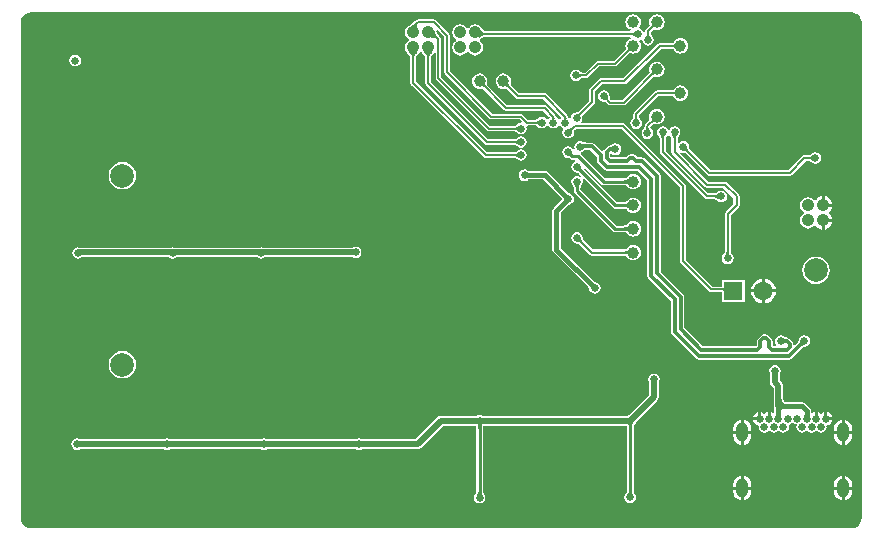
<source format=gbl>
G04 Layer_Physical_Order=2*
G04 Layer_Color=16711680*
%FSLAX25Y25*%
%MOIN*%
G70*
G01*
G75*
%ADD13C,0.03937*%
%ADD37C,0.02000*%
%ADD39C,0.01000*%
%ADD40C,0.00600*%
%ADD42C,0.00800*%
%ADD43C,0.01500*%
%ADD44C,0.01200*%
%ADD49C,0.04134*%
%ADD50C,0.06299*%
%ADD51R,0.06299X0.06299*%
%ADD52C,0.02559*%
%ADD53O,0.03937X0.06299*%
%ADD54C,0.07874*%
%ADD55C,0.02600*%
G36*
X277559Y172556D02*
X278404Y172445D01*
X279192Y172119D01*
X279868Y171600D01*
X280387Y170924D01*
X280713Y170136D01*
X280824Y169291D01*
X280833D01*
X280833Y3937D01*
X280824D01*
X280713Y3092D01*
X280387Y2304D01*
X279868Y1628D01*
X279192Y1110D01*
X278404Y783D01*
X277559Y672D01*
Y663D01*
X3937D01*
Y672D01*
X3092Y783D01*
X2304Y1110D01*
X1628Y1628D01*
X1110Y2304D01*
X783Y3092D01*
X672Y3937D01*
X663D01*
X663Y168791D01*
X672Y169291D01*
X672Y169291D01*
X672Y169291D01*
X783Y170136D01*
X1110Y170924D01*
X1628Y171600D01*
X2305Y172119D01*
X3092Y172445D01*
X3937Y172556D01*
Y172566D01*
X277559D01*
Y172556D01*
D02*
G37*
%LPC*%
G36*
X34449Y59694D02*
X33264Y59538D01*
X32161Y59081D01*
X31213Y58354D01*
X30486Y57406D01*
X30029Y56302D01*
X29873Y55118D01*
X30029Y53934D01*
X30486Y52830D01*
X31213Y51882D01*
X32161Y51155D01*
X33264Y50698D01*
X34449Y50542D01*
X35633Y50698D01*
X36737Y51155D01*
X37685Y51882D01*
X38412Y52830D01*
X38869Y53934D01*
X39025Y55118D01*
X38869Y56302D01*
X38412Y57406D01*
X37685Y58354D01*
X36737Y59081D01*
X35633Y59538D01*
X34449Y59694D01*
D02*
G37*
G36*
X251969Y55087D02*
X251227Y54939D01*
X250599Y54519D01*
X250179Y53891D01*
X250031Y53150D01*
X250179Y52408D01*
X250337Y52171D01*
Y49213D01*
X250461Y48588D01*
X250815Y48059D01*
X251518Y47356D01*
Y41339D01*
X251642Y40714D01*
X251773Y40519D01*
Y39284D01*
X251273Y39017D01*
X250889Y39273D01*
X250500Y39351D01*
Y37126D01*
X249500D01*
Y39351D01*
X249111Y39273D01*
X248425Y38815D01*
X247740Y39273D01*
X247350Y39351D01*
Y37126D01*
X246850D01*
Y36626D01*
X244626D01*
X244703Y36237D01*
X245207Y35482D01*
X245961Y34979D01*
X246604Y34851D01*
X246509Y34370D01*
X246655Y33637D01*
X247070Y33015D01*
X247692Y32600D01*
X248425Y32454D01*
X249159Y32600D01*
X249780Y33015D01*
X250332Y32940D01*
X250841Y32600D01*
X251575Y32454D01*
X252308Y32600D01*
X252818Y32940D01*
X253150Y32985D01*
X253481Y32940D01*
X253991Y32600D01*
X254724Y32454D01*
X255458Y32600D01*
X256079Y33015D01*
X256495Y33637D01*
X256641Y34370D01*
X256557Y34791D01*
X256900Y35329D01*
X257033Y35355D01*
X257542Y35696D01*
X257874Y35741D01*
X258206Y35696D01*
X258716Y35355D01*
X259188Y35261D01*
X259253Y35103D01*
X259107Y34370D01*
X259253Y33637D01*
X259669Y33015D01*
X260290Y32600D01*
X261024Y32454D01*
X261757Y32600D01*
X262379Y33015D01*
X262930Y32940D01*
X263440Y32600D01*
X264173Y32454D01*
X264907Y32600D01*
X265416Y32940D01*
X265968Y33015D01*
X266589Y32600D01*
X267323Y32454D01*
X268056Y32600D01*
X268678Y33015D01*
X269093Y33637D01*
X269239Y34370D01*
X269144Y34851D01*
X269787Y34979D01*
X270541Y35482D01*
X271045Y36237D01*
X271122Y36626D01*
X268898D01*
Y37126D01*
X268398D01*
Y39351D01*
X268008Y39273D01*
X267323Y38815D01*
X266637Y39273D01*
X266248Y39351D01*
Y37126D01*
X265248D01*
Y39351D01*
X264859Y39273D01*
X264475Y39017D01*
X263975Y39284D01*
Y39567D01*
X263870Y40094D01*
X263572Y40540D01*
X261800Y42312D01*
X261353Y42610D01*
X260827Y42715D01*
X255779D01*
X255756Y42729D01*
X255724Y42722D01*
X255695Y42736D01*
X255462Y42753D01*
X255318Y42787D01*
X255209Y42835D01*
X255123Y42897D01*
X255046Y42981D01*
X254972Y43102D01*
X254904Y43270D01*
X254849Y43490D01*
X254812Y43764D01*
X254799Y44114D01*
X254781Y44152D01*
Y48031D01*
X254657Y48656D01*
X254303Y49185D01*
X253600Y49888D01*
Y52171D01*
X253758Y52408D01*
X253906Y53150D01*
X253758Y53891D01*
X253338Y54519D01*
X252710Y54939D01*
X251969Y55087D01*
D02*
G37*
G36*
X187008Y129693D02*
X186267Y129546D01*
X185638Y129126D01*
X185218Y128497D01*
X185071Y127756D01*
X185166Y127275D01*
X185197Y127123D01*
X184726Y126928D01*
X184651Y127040D01*
X184441Y127354D01*
X183812Y127774D01*
X183071Y127921D01*
X182329Y127774D01*
X181701Y127354D01*
X181281Y126726D01*
X181134Y125984D01*
X181281Y125243D01*
X181701Y124614D01*
X182329Y124195D01*
X183071Y124047D01*
X183223Y124077D01*
X183283Y124052D01*
X183299Y124059D01*
X183303Y124058D01*
X183304Y124058D01*
X183329Y124046D01*
X183369Y124021D01*
X183414Y123989D01*
X183562Y123865D01*
X183645Y123785D01*
X183774Y123734D01*
X184020Y123570D01*
X184449Y123485D01*
X184449Y123485D01*
X185427D01*
X185486Y123403D01*
X185283Y122854D01*
X185273Y122846D01*
X184654Y122433D01*
X184234Y121804D01*
X184086Y121063D01*
X184234Y120322D01*
X184654Y119693D01*
X185282Y119273D01*
X185964Y119138D01*
X186017Y119114D01*
X186103Y119111D01*
X186160Y119105D01*
X186214Y119094D01*
X186268Y119078D01*
X186321Y119057D01*
X186375Y119031D01*
X186431Y118998D01*
X186489Y118957D01*
X186549Y118908D01*
X186626Y118836D01*
X186688Y118812D01*
X187376Y118125D01*
X187057Y117736D01*
X186765Y117931D01*
X186024Y118079D01*
X185282Y117931D01*
X184654Y117512D01*
X184234Y116883D01*
X184086Y116142D01*
X184234Y115400D01*
X184620Y114822D01*
X184641Y114769D01*
X184700Y114705D01*
X184735Y114661D01*
X184766Y114614D01*
X184793Y114566D01*
X184816Y114513D01*
X184835Y114456D01*
X184851Y114393D01*
X184863Y114323D01*
X184871Y114246D01*
X184874Y114141D01*
X184902Y114080D01*
Y113189D01*
X184902Y113189D01*
X184987Y112760D01*
X185231Y112396D01*
X198026Y99601D01*
X198390Y99357D01*
X198819Y99272D01*
X198819Y99272D01*
X201740D01*
X201802Y99244D01*
X201958Y99240D01*
X202079Y99229D01*
X202181Y99212D01*
X202264Y99191D01*
X202330Y99168D01*
X202378Y99145D01*
X202413Y99123D01*
X202436Y99103D01*
X202453Y99084D01*
X202493Y99026D01*
X202546Y98992D01*
X202570Y98935D01*
X202624Y98912D01*
X202892Y98562D01*
X203429Y98150D01*
X204054Y97891D01*
X204724Y97803D01*
X205395Y97891D01*
X206020Y98150D01*
X206556Y98562D01*
X206968Y99098D01*
X207227Y99723D01*
X207315Y100394D01*
X207227Y101064D01*
X206968Y101689D01*
X206556Y102226D01*
X206020Y102637D01*
X205395Y102896D01*
X204724Y102984D01*
X204054Y102896D01*
X203429Y102637D01*
X202892Y102226D01*
X202624Y101875D01*
X202570Y101853D01*
X202546Y101795D01*
X202493Y101761D01*
X202453Y101703D01*
X202436Y101684D01*
X202412Y101664D01*
X202378Y101643D01*
X202330Y101619D01*
X202264Y101596D01*
X202181Y101575D01*
X202079Y101558D01*
X201958Y101547D01*
X201802Y101543D01*
X201740Y101515D01*
X199283D01*
X187145Y113654D01*
Y114080D01*
X187173Y114141D01*
X187176Y114246D01*
X187184Y114323D01*
X187196Y114393D01*
X187212Y114456D01*
X187232Y114513D01*
X187255Y114566D01*
X187281Y114614D01*
X187312Y114661D01*
X187347Y114705D01*
X187407Y114769D01*
X187427Y114822D01*
X187813Y115400D01*
X187961Y116142D01*
X187836Y116771D01*
X187988Y117120D01*
X188129Y117311D01*
X188183Y117317D01*
X198026Y107475D01*
X198026Y107475D01*
X198390Y107231D01*
X198819Y107146D01*
X198819Y107146D01*
X201740D01*
X201802Y107119D01*
X201958Y107114D01*
X202079Y107103D01*
X202181Y107086D01*
X202264Y107065D01*
X202330Y107042D01*
X202378Y107019D01*
X202413Y106997D01*
X202436Y106977D01*
X202453Y106958D01*
X202493Y106900D01*
X202546Y106866D01*
X202570Y106808D01*
X202624Y106786D01*
X202892Y106436D01*
X203429Y106024D01*
X204054Y105765D01*
X204724Y105677D01*
X205395Y105765D01*
X206020Y106024D01*
X206556Y106436D01*
X206968Y106972D01*
X207227Y107597D01*
X207315Y108268D01*
X207227Y108938D01*
X206968Y109563D01*
X206556Y110100D01*
X206020Y110511D01*
X205395Y110770D01*
X204724Y110858D01*
X204054Y110770D01*
X203429Y110511D01*
X202892Y110100D01*
X202624Y109749D01*
X202570Y109727D01*
X202546Y109669D01*
X202493Y109635D01*
X202453Y109577D01*
X202436Y109558D01*
X202412Y109538D01*
X202378Y109517D01*
X202330Y109493D01*
X202264Y109470D01*
X202181Y109449D01*
X202079Y109432D01*
X201958Y109421D01*
X201802Y109417D01*
X201740Y109389D01*
X199283D01*
X189769Y118903D01*
X189769Y118903D01*
X188446Y120226D01*
X188442Y120288D01*
X188928Y120509D01*
X194089Y115349D01*
X194089Y115349D01*
X194453Y115106D01*
X194882Y115020D01*
X194882Y115020D01*
X201740D01*
X201802Y114993D01*
X201958Y114988D01*
X202079Y114977D01*
X202181Y114960D01*
X202264Y114939D01*
X202330Y114916D01*
X202378Y114893D01*
X202413Y114871D01*
X202436Y114851D01*
X202453Y114832D01*
X202493Y114774D01*
X202546Y114740D01*
X202570Y114682D01*
X202624Y114660D01*
X202892Y114310D01*
X203429Y113898D01*
X204054Y113639D01*
X204724Y113551D01*
X205395Y113639D01*
X206020Y113898D01*
X206556Y114310D01*
X206968Y114846D01*
X207227Y115471D01*
X207315Y116142D01*
X207227Y116812D01*
X206968Y117437D01*
X206556Y117974D01*
X206020Y118385D01*
X205395Y118644D01*
X204724Y118732D01*
X204054Y118644D01*
X203429Y118385D01*
X202892Y117974D01*
X202624Y117623D01*
X202570Y117601D01*
X202546Y117543D01*
X202493Y117509D01*
X202453Y117451D01*
X202436Y117432D01*
X202412Y117412D01*
X202378Y117391D01*
X202330Y117367D01*
X202264Y117344D01*
X202181Y117323D01*
X202079Y117306D01*
X201958Y117295D01*
X201802Y117291D01*
X201740Y117263D01*
X195346D01*
X187252Y125357D01*
X187261Y125553D01*
X187374Y125891D01*
X187749Y125966D01*
X188378Y126386D01*
X188480Y126539D01*
X188565Y126584D01*
X188593Y126619D01*
X188598Y126623D01*
X188608Y126630D01*
X188627Y126641D01*
X188658Y126654D01*
X188703Y126669D01*
X188762Y126682D01*
X188835Y126693D01*
X188923Y126700D01*
X189041Y126704D01*
X189086Y126724D01*
X189135Y126713D01*
X189161Y126729D01*
X190438D01*
X192674Y124493D01*
Y123031D01*
X192767Y122563D01*
X193033Y122166D01*
X195001Y120198D01*
X195398Y119933D01*
X195866Y119840D01*
X201708D01*
X201787Y119824D01*
X206186D01*
X209406Y116603D01*
Y84770D01*
X209500Y84302D01*
X209765Y83905D01*
X217280Y76389D01*
Y66069D01*
X217374Y65601D01*
X217639Y65204D01*
X225669Y57174D01*
X226066Y56909D01*
X226534Y56816D01*
X256734D01*
X257202Y56909D01*
X257599Y57174D01*
X261149Y60724D01*
X261199Y60741D01*
X261208Y60757D01*
X261225Y60763D01*
X261311Y60845D01*
X261380Y60905D01*
X261443Y60952D01*
X261499Y60988D01*
X261546Y61015D01*
X261585Y61032D01*
X261614Y61041D01*
X261635Y61046D01*
X261650Y61048D01*
X261699Y61047D01*
X261750Y61067D01*
X261811Y61055D01*
X262552Y61202D01*
X263181Y61622D01*
X263601Y62251D01*
X263748Y62992D01*
X263601Y63734D01*
X263181Y64362D01*
X262552Y64782D01*
X261811Y64929D01*
X261070Y64782D01*
X260441Y64362D01*
X260021Y63734D01*
X259923Y63240D01*
X259868Y63139D01*
X259862Y63087D01*
X259857Y63064D01*
X259847Y63032D01*
X259830Y62992D01*
X259805Y62944D01*
X259771Y62889D01*
X259732Y62833D01*
X259603Y62679D01*
X259524Y62597D01*
X259501Y62537D01*
X258575Y61611D01*
X258113Y61802D01*
Y62008D01*
X258020Y62476D01*
X257755Y62873D01*
X256771Y63857D01*
X256374Y64122D01*
X255967Y64203D01*
X255878Y64241D01*
X255742Y64243D01*
X255636Y64248D01*
X255448Y64265D01*
X255398Y64274D01*
X255362Y64282D01*
X255360Y64283D01*
X255307Y64362D01*
X254678Y64782D01*
X253937Y64929D01*
X253196Y64782D01*
X252567Y64362D01*
X252147Y63734D01*
X252000Y62992D01*
X252147Y62251D01*
X252473Y61763D01*
X252274Y61263D01*
X251491D01*
X251223Y61530D01*
Y62992D01*
X251130Y63460D01*
X250865Y63857D01*
X249881Y64842D01*
X249484Y65107D01*
X249016Y65200D01*
X248031D01*
X247563Y65107D01*
X247166Y64842D01*
X246182Y63857D01*
X246182Y63857D01*
X245917Y63460D01*
X245824Y62992D01*
Y61530D01*
X245556Y61263D01*
X227869D01*
X221727Y67404D01*
Y77724D01*
X221634Y78193D01*
X221369Y78590D01*
X213853Y86105D01*
Y118079D01*
X213760Y118547D01*
X213495Y118944D01*
X213476Y118956D01*
X213464Y118975D01*
X209527Y122912D01*
X208542Y123897D01*
X208145Y124162D01*
X207677Y124255D01*
X206216D01*
X205590Y124881D01*
X205193Y125146D01*
X204724Y125239D01*
X203740D01*
X203272Y125146D01*
X202875Y124881D01*
X202249Y124255D01*
X197357D01*
X197090Y124522D01*
Y125283D01*
X197139Y125327D01*
X197574Y125515D01*
X198078Y125179D01*
X198819Y125031D01*
X199560Y125179D01*
X200189Y125599D01*
X200609Y126227D01*
X200756Y126969D01*
X200609Y127710D01*
X200189Y128338D01*
X199560Y128758D01*
X198819Y128906D01*
X198078Y128758D01*
X197449Y128338D01*
X197396Y128260D01*
X197394Y128259D01*
X197358Y128250D01*
X197314Y128243D01*
X197003Y128219D01*
X196878Y128218D01*
X196789Y128180D01*
X196382Y128099D01*
X195985Y127834D01*
X195001Y126849D01*
X194795Y126541D01*
X194250Y126378D01*
X191810Y128818D01*
X191413Y129083D01*
X190945Y129176D01*
X188886D01*
X188827Y129202D01*
X188709Y129204D01*
X188501Y129220D01*
X188427Y129231D01*
X188357Y129246D01*
X188299Y129261D01*
X188253Y129278D01*
X188218Y129293D01*
X188193Y129306D01*
X188151Y129335D01*
X188028Y129360D01*
X187749Y129546D01*
X187008Y129693D01*
D02*
G37*
G36*
X252243Y79224D02*
X248624D01*
Y75605D01*
X249207Y75682D01*
X250217Y76100D01*
X251083Y76765D01*
X251749Y77632D01*
X252167Y78641D01*
X252243Y79224D01*
D02*
G37*
G36*
X247624D02*
X244004D01*
X244081Y78641D01*
X244499Y77632D01*
X245164Y76765D01*
X246031Y76100D01*
X247041Y75682D01*
X247624Y75605D01*
Y79224D01*
D02*
G37*
G36*
X212598Y140386D02*
X211928Y140298D01*
X211303Y140039D01*
X210767Y139627D01*
X210355Y139091D01*
X210096Y138466D01*
X210008Y137795D01*
X210096Y137125D01*
X210234Y136792D01*
X210213Y136763D01*
X210177Y136720D01*
X210115Y136654D01*
X210087Y136582D01*
X208800Y135294D01*
X208601Y134997D01*
X208531Y134646D01*
Y134430D01*
X208501Y134366D01*
X208496Y134298D01*
X208490Y134262D01*
X208478Y134217D01*
X208457Y134164D01*
X208426Y134101D01*
X208383Y134030D01*
X208333Y133958D01*
X208173Y133767D01*
X208074Y133665D01*
X208054Y133616D01*
X207659Y133025D01*
X207512Y132283D01*
X207659Y131542D01*
X208079Y130914D01*
X208707Y130494D01*
X209449Y130346D01*
X210190Y130494D01*
X210819Y130914D01*
X211239Y131542D01*
X211386Y132283D01*
X211239Y133025D01*
X210843Y133616D01*
X210824Y133665D01*
X210719Y133773D01*
X210637Y133865D01*
X210570Y133951D01*
X210515Y134030D01*
X210472Y134101D01*
X210441Y134164D01*
X210420Y134217D01*
X210407Y134262D01*
X210401Y134298D01*
X210401Y134300D01*
X211385Y135284D01*
X211457Y135312D01*
X211523Y135374D01*
X211566Y135410D01*
X211595Y135431D01*
X211928Y135293D01*
X212598Y135205D01*
X213269Y135293D01*
X213894Y135552D01*
X214430Y135963D01*
X214842Y136500D01*
X215101Y137125D01*
X215189Y137795D01*
X215101Y138466D01*
X214842Y139091D01*
X214430Y139627D01*
X213894Y140039D01*
X213269Y140298D01*
X212598Y140386D01*
D02*
G37*
G36*
X275185Y36708D02*
Y33098D01*
X277679D01*
Y33779D01*
X277577Y34554D01*
X277278Y35277D01*
X276802Y35897D01*
X276182Y36373D01*
X275460Y36672D01*
X275185Y36708D01*
D02*
G37*
G36*
X246350Y39351D02*
X245961Y39273D01*
X245207Y38769D01*
X244703Y38015D01*
X244626Y37626D01*
X246350D01*
Y39351D01*
D02*
G37*
G36*
X211614Y52134D02*
X210873Y51987D01*
X210244Y51567D01*
X209824Y50938D01*
X209677Y50197D01*
X209824Y49455D01*
X209983Y49218D01*
Y44967D01*
X203278Y38263D01*
X202999Y38207D01*
X202762Y38049D01*
X154522D01*
X154285Y38207D01*
X153543Y38355D01*
X152802Y38207D01*
X152565Y38049D01*
X140630D01*
X140006Y37925D01*
X139476Y37571D01*
X132167Y30261D01*
X114167D01*
X113930Y30420D01*
X113189Y30567D01*
X112448Y30420D01*
X112211Y30261D01*
X82671D01*
X82434Y30420D01*
X81693Y30567D01*
X80952Y30420D01*
X80714Y30261D01*
X50191D01*
X49954Y30420D01*
X49213Y30567D01*
X48471Y30420D01*
X48234Y30261D01*
X20270D01*
X20033Y30420D01*
X19291Y30567D01*
X18550Y30420D01*
X17922Y30000D01*
X17502Y29371D01*
X17354Y28630D01*
X17502Y27889D01*
X17922Y27260D01*
X18550Y26840D01*
X19291Y26693D01*
X20033Y26840D01*
X20270Y26999D01*
X48234D01*
X48471Y26840D01*
X49213Y26693D01*
X49954Y26840D01*
X50191Y26999D01*
X80714D01*
X80952Y26840D01*
X81693Y26693D01*
X82434Y26840D01*
X82671Y26999D01*
X112211D01*
X112448Y26840D01*
X113189Y26693D01*
X113930Y26840D01*
X114167Y26999D01*
X132843D01*
X133467Y27123D01*
X133996Y27476D01*
X141306Y34786D01*
X152333D01*
X152392Y33901D01*
X152394Y33548D01*
X152422Y33481D01*
Y12889D01*
X152394Y12828D01*
X152391Y12722D01*
X152383Y12645D01*
X152371Y12575D01*
X152355Y12512D01*
X152335Y12455D01*
X152312Y12403D01*
X152286Y12354D01*
X152255Y12308D01*
X152219Y12263D01*
X152160Y12200D01*
X152140Y12146D01*
X151753Y11568D01*
X151606Y10827D01*
X151753Y10085D01*
X152173Y9457D01*
X152802Y9037D01*
X153543Y8890D01*
X154285Y9037D01*
X154913Y9457D01*
X155333Y10085D01*
X155481Y10827D01*
X155333Y11568D01*
X154947Y12146D01*
X154926Y12200D01*
X154867Y12263D01*
X154832Y12308D01*
X154801Y12354D01*
X154774Y12403D01*
X154751Y12455D01*
X154732Y12512D01*
X154716Y12575D01*
X154703Y12645D01*
X154696Y12722D01*
X154692Y12828D01*
X154665Y12889D01*
Y33481D01*
X154693Y33548D01*
X154695Y33911D01*
X154721Y34691D01*
X154732Y34732D01*
X154750Y34786D01*
X202530D01*
X202589Y33901D01*
X202591Y33548D01*
X202619Y33481D01*
Y12975D01*
X202591Y12914D01*
X202588Y12809D01*
X202580Y12732D01*
X202568Y12662D01*
X202552Y12599D01*
X202532Y12542D01*
X202509Y12490D01*
X202483Y12441D01*
X202452Y12394D01*
X202416Y12350D01*
X202357Y12287D01*
X202337Y12233D01*
X201950Y11655D01*
X201803Y10913D01*
X201950Y10172D01*
X202370Y9544D01*
X202999Y9124D01*
X203740Y8976D01*
X204482Y9124D01*
X205110Y9544D01*
X205530Y10172D01*
X205677Y10913D01*
X205530Y11655D01*
X205144Y12233D01*
X205123Y12287D01*
X205064Y12350D01*
X205029Y12394D01*
X204998Y12441D01*
X204971Y12490D01*
X204948Y12542D01*
X204929Y12599D01*
X204912Y12662D01*
X204900Y12732D01*
X204893Y12809D01*
X204889Y12914D01*
X204862Y12975D01*
Y33481D01*
X204890Y33548D01*
X204892Y33911D01*
X204918Y34691D01*
X204929Y34732D01*
X204948Y34789D01*
X204971Y34841D01*
X204998Y34890D01*
X205029Y34936D01*
X205064Y34981D01*
X205123Y35044D01*
X205144Y35098D01*
X205530Y35676D01*
X205586Y35956D01*
X212768Y43138D01*
X213121Y43667D01*
X213246Y44291D01*
Y49218D01*
X213404Y49455D01*
X213551Y50197D01*
X213404Y50938D01*
X212984Y51567D01*
X212355Y51987D01*
X211614Y52134D01*
D02*
G37*
G36*
X269398Y39351D02*
Y37626D01*
X271122D01*
X271045Y38015D01*
X270541Y38769D01*
X269787Y39273D01*
X269398Y39351D01*
D02*
G37*
G36*
X168504Y120244D02*
X167763Y120097D01*
X167134Y119677D01*
X166714Y119048D01*
X166567Y118307D01*
X166714Y117566D01*
X167134Y116937D01*
X167763Y116517D01*
X168504Y116370D01*
X169245Y116517D01*
X169743Y116850D01*
X169756Y116850D01*
X169776Y116858D01*
X169783Y116859D01*
X169792Y116864D01*
X169808Y116868D01*
X169852Y116877D01*
X169905Y116885D01*
X170225Y116906D01*
X170353Y116908D01*
X170407Y116931D01*
X174627D01*
X180748Y110809D01*
X180768Y110757D01*
X180947Y110569D01*
X181062Y110434D01*
X180863Y110206D01*
X180774Y110115D01*
X180752Y110061D01*
X178161Y107470D01*
X177862Y107023D01*
X177757Y106496D01*
Y93504D01*
X177862Y92977D01*
X178161Y92531D01*
X189606Y81085D01*
X189627Y81032D01*
X189806Y80845D01*
X189929Y80699D01*
X189965Y80651D01*
X189989Y80613D01*
X189997Y80599D01*
X190000Y80589D01*
X190005Y80584D01*
X190014Y80563D01*
X190023Y80555D01*
X190139Y79967D01*
X190559Y79339D01*
X191188Y78919D01*
X191929Y78772D01*
X192671Y78919D01*
X193299Y79339D01*
X193719Y79967D01*
X193866Y80709D01*
X193719Y81450D01*
X193299Y82078D01*
X192671Y82499D01*
X192083Y82615D01*
X192074Y82624D01*
X192054Y82633D01*
X192049Y82637D01*
X192039Y82640D01*
X192024Y82648D01*
X191987Y82673D01*
X191944Y82705D01*
X191702Y82916D01*
X191611Y83006D01*
X191557Y83027D01*
X180510Y94074D01*
Y105926D01*
X182694Y108110D01*
X182747Y108131D01*
X182935Y108310D01*
X183081Y108433D01*
X183128Y108469D01*
X183166Y108493D01*
X183180Y108502D01*
X183190Y108504D01*
X183196Y108509D01*
X183216Y108518D01*
X183224Y108527D01*
X183812Y108643D01*
X184441Y109063D01*
X184860Y109692D01*
X185008Y110433D01*
X184860Y111174D01*
X184441Y111803D01*
X183812Y112223D01*
X183224Y112340D01*
X183216Y112349D01*
X183196Y112357D01*
X183190Y112362D01*
X183180Y112365D01*
X183166Y112373D01*
X183128Y112398D01*
X183085Y112430D01*
X182844Y112641D01*
X182753Y112730D01*
X182699Y112752D01*
X176170Y119280D01*
X175723Y119579D01*
X175197Y119684D01*
X170412D01*
X170361Y119706D01*
X170101Y119712D01*
X169911Y119728D01*
X169852Y119737D01*
X169808Y119746D01*
X169792Y119750D01*
X169783Y119755D01*
X169776Y119756D01*
X169756Y119764D01*
X169743Y119764D01*
X169245Y120097D01*
X168504Y120244D01*
D02*
G37*
G36*
X267535Y111236D02*
X267235Y111197D01*
X266489Y110888D01*
X265848Y110396D01*
X265598Y110071D01*
X264968Y110071D01*
X264937Y110111D01*
X264380Y110538D01*
X263732Y110807D01*
X263035Y110899D01*
X262339Y110807D01*
X261690Y110538D01*
X261133Y110111D01*
X260706Y109554D01*
X260437Y108905D01*
X260345Y108209D01*
X260437Y107512D01*
X260706Y106864D01*
X261133Y106307D01*
X261521Y106009D01*
X261558Y105907D01*
Y105511D01*
X261521Y105408D01*
X261133Y105111D01*
X260706Y104554D01*
X260437Y103905D01*
X260345Y103209D01*
X260437Y102513D01*
X260706Y101864D01*
X261133Y101307D01*
X261690Y100879D01*
X262339Y100610D01*
X263035Y100519D01*
X263732Y100610D01*
X264380Y100879D01*
X264937Y101307D01*
X264968Y101347D01*
X265598Y101347D01*
X265848Y101021D01*
X266489Y100530D01*
X267235Y100221D01*
X267535Y100181D01*
Y103209D01*
X268035D01*
Y103709D01*
X271063D01*
X271023Y104009D01*
X270714Y104755D01*
X270223Y105396D01*
X270141Y105459D01*
X270141Y105959D01*
X270223Y106021D01*
X270714Y106662D01*
X271023Y107408D01*
X271063Y107709D01*
X268035D01*
Y108209D01*
X267535D01*
Y111236D01*
D02*
G37*
G36*
X34449Y122686D02*
X33264Y122530D01*
X32161Y122073D01*
X31213Y121346D01*
X30486Y120398D01*
X30029Y119295D01*
X29873Y118110D01*
X30029Y116926D01*
X30486Y115822D01*
X31213Y114874D01*
X32161Y114147D01*
X33264Y113690D01*
X34449Y113534D01*
X35633Y113690D01*
X36737Y114147D01*
X37685Y114874D01*
X38412Y115822D01*
X38869Y116926D01*
X39025Y118110D01*
X38869Y119295D01*
X38412Y120398D01*
X37685Y121346D01*
X36737Y122073D01*
X35633Y122530D01*
X34449Y122686D01*
D02*
G37*
G36*
X268535Y111236D02*
Y108709D01*
X271063D01*
X271023Y109009D01*
X270714Y109755D01*
X270223Y110396D01*
X269582Y110888D01*
X268836Y111197D01*
X268535Y111236D01*
D02*
G37*
G36*
X271063Y102709D02*
X268535D01*
Y100181D01*
X268836Y100221D01*
X269582Y100530D01*
X270223Y101021D01*
X270714Y101662D01*
X271023Y102408D01*
X271063Y102709D01*
D02*
G37*
G36*
X112205Y94473D02*
X111463Y94325D01*
X111226Y94167D01*
X81178D01*
X80709Y94260D01*
X80240Y94167D01*
X51650D01*
X51181Y94260D01*
X50712Y94167D01*
X20154D01*
X19685Y94260D01*
X18944Y94113D01*
X18315Y93693D01*
X17895Y93064D01*
X17748Y92323D01*
X17895Y91581D01*
X18315Y90953D01*
X18944Y90533D01*
X19685Y90386D01*
X20426Y90533D01*
X20981Y90904D01*
X49885D01*
X50440Y90533D01*
X51181Y90386D01*
X51922Y90533D01*
X52478Y90904D01*
X79412D01*
X79967Y90533D01*
X80709Y90386D01*
X81450Y90533D01*
X82005Y90904D01*
X111226D01*
X111463Y90746D01*
X112205Y90598D01*
X112946Y90746D01*
X113575Y91166D01*
X113995Y91794D01*
X114142Y92535D01*
X113995Y93277D01*
X113575Y93905D01*
X112946Y94325D01*
X112205Y94473D01*
D02*
G37*
G36*
X214567Y134614D02*
X213826Y134467D01*
X213197Y134047D01*
X212777Y133419D01*
X212630Y132677D01*
X212777Y131936D01*
X213169Y131350D01*
X213189Y131299D01*
X213271Y131213D01*
X213330Y131143D01*
X213379Y131077D01*
X213419Y131012D01*
X213451Y130951D01*
X213475Y130892D01*
X213494Y130835D01*
X213507Y130778D01*
X213514Y130720D01*
X213518Y130632D01*
X213547Y130569D01*
Y125984D01*
X213625Y125594D01*
X213846Y125263D01*
X228610Y110500D01*
X228941Y110278D01*
X229331Y110201D01*
X231947D01*
X232010Y110172D01*
X232098Y110168D01*
X232156Y110160D01*
X232213Y110147D01*
X232270Y110129D01*
X232329Y110104D01*
X232390Y110072D01*
X232454Y110032D01*
X232521Y109983D01*
X232591Y109925D01*
X232677Y109842D01*
X232728Y109822D01*
X233314Y109431D01*
X234055Y109283D01*
X234797Y109431D01*
X235425Y109851D01*
X235845Y110479D01*
X235992Y111221D01*
X235845Y111962D01*
X235425Y112590D01*
X234797Y113010D01*
X234055Y113158D01*
X233314Y113010D01*
X232728Y112619D01*
X232677Y112599D01*
X232591Y112516D01*
X232521Y112458D01*
X232454Y112408D01*
X232390Y112369D01*
X232329Y112337D01*
X232270Y112312D01*
X232213Y112294D01*
X232156Y112281D01*
X232098Y112273D01*
X232010Y112269D01*
X231947Y112240D01*
X229753D01*
X215586Y126407D01*
Y130569D01*
X215616Y130632D01*
X215620Y130720D01*
X215627Y130778D01*
X215640Y130835D01*
X215658Y130892D01*
X215683Y130951D01*
X215715Y131012D01*
X215755Y131077D01*
X215804Y131143D01*
X215863Y131213D01*
X215945Y131299D01*
X215965Y131350D01*
X216235Y131753D01*
X216357Y131782D01*
X216791Y131752D01*
X217106Y131281D01*
X217126Y131230D01*
X217208Y131144D01*
X217267Y131074D01*
X217316Y131008D01*
X217356Y130944D01*
X217388Y130882D01*
X217412Y130823D01*
X217431Y130766D01*
X217444Y130709D01*
X217451Y130651D01*
X217455Y130563D01*
X217484Y130500D01*
Y125984D01*
X217562Y125594D01*
X217783Y125263D01*
X228610Y114436D01*
X228941Y114216D01*
X229331Y114138D01*
X234814D01*
X238154Y110798D01*
Y108690D01*
X235500Y106036D01*
X235279Y105705D01*
X235201Y105315D01*
Y92659D01*
X235172Y92596D01*
X235168Y92508D01*
X235160Y92451D01*
X235147Y92393D01*
X235129Y92336D01*
X235104Y92277D01*
X235072Y92216D01*
X235032Y92152D01*
X234983Y92085D01*
X234925Y92015D01*
X234842Y91930D01*
X234822Y91878D01*
X234431Y91293D01*
X234283Y90551D01*
X234431Y89810D01*
X234851Y89181D01*
X235479Y88761D01*
X236221Y88614D01*
X236962Y88761D01*
X237590Y89181D01*
X238010Y89810D01*
X238158Y90551D01*
X238010Y91293D01*
X237619Y91878D01*
X237599Y91930D01*
X237516Y92015D01*
X237457Y92085D01*
X237408Y92152D01*
X237368Y92216D01*
X237337Y92277D01*
X237312Y92336D01*
X237294Y92393D01*
X237281Y92451D01*
X237273Y92508D01*
X237269Y92596D01*
X237240Y92659D01*
Y104893D01*
X239894Y107547D01*
X240115Y107878D01*
X240193Y108268D01*
Y111221D01*
X240115Y111611D01*
X239894Y111941D01*
X235957Y115878D01*
X235626Y116100D01*
X235236Y116177D01*
X229753D01*
X220263Y125667D01*
X220582Y126056D01*
X220715Y125966D01*
X221413Y125827D01*
X221462Y125807D01*
X221612Y125805D01*
X221734Y125797D01*
X221843Y125785D01*
X221938Y125768D01*
X222018Y125747D01*
X222085Y125725D01*
X222137Y125702D01*
X222178Y125679D01*
X222208Y125658D01*
X222259Y125613D01*
X222325Y125590D01*
X229469Y118446D01*
X229767Y118247D01*
X230118Y118177D01*
X256874D01*
X257225Y118247D01*
X257523Y118446D01*
X262175Y123098D01*
X263307D01*
X263370Y123067D01*
X263438Y123063D01*
X263474Y123057D01*
X263519Y123045D01*
X263573Y123024D01*
X263635Y122993D01*
X263706Y122950D01*
X263778Y122900D01*
X263969Y122740D01*
X264071Y122641D01*
X264120Y122621D01*
X264711Y122226D01*
X265453Y122079D01*
X266194Y122226D01*
X266823Y122646D01*
X267243Y123274D01*
X267390Y124016D01*
X267243Y124757D01*
X266823Y125386D01*
X266194Y125805D01*
X265453Y125953D01*
X264711Y125805D01*
X264120Y125410D01*
X264071Y125391D01*
X263963Y125286D01*
X263871Y125204D01*
X263786Y125136D01*
X263706Y125082D01*
X263635Y125039D01*
X263573Y125008D01*
X263519Y124987D01*
X263474Y124974D01*
X263438Y124968D01*
X263370Y124964D01*
X263307Y124933D01*
X261795D01*
X261444Y124864D01*
X261146Y124665D01*
X256494Y120012D01*
X230498D01*
X223623Y126887D01*
X223600Y126954D01*
X223555Y127005D01*
X223533Y127035D01*
X223511Y127075D01*
X223488Y127128D01*
X223465Y127194D01*
X223445Y127275D01*
X223430Y127360D01*
X223408Y127610D01*
X223406Y127751D01*
X223385Y127799D01*
X223247Y128497D01*
X222827Y129126D01*
X222198Y129546D01*
X221457Y129693D01*
X220715Y129546D01*
X220087Y129126D01*
X220023Y129031D01*
X219524Y129183D01*
Y130500D01*
X219553Y130563D01*
X219557Y130651D01*
X219564Y130709D01*
X219577Y130766D01*
X219596Y130823D01*
X219620Y130882D01*
X219652Y130944D01*
X219692Y131008D01*
X219741Y131075D01*
X219800Y131144D01*
X219882Y131230D01*
X219902Y131281D01*
X220294Y131867D01*
X220441Y132608D01*
X220294Y133350D01*
X219874Y133978D01*
X219245Y134398D01*
X218504Y134546D01*
X217763Y134398D01*
X217134Y133978D01*
X216836Y133532D01*
X216714Y133503D01*
X216280Y133534D01*
X215937Y134047D01*
X215308Y134467D01*
X214567Y134614D01*
D02*
G37*
G36*
X247624Y83844D02*
X247041Y83767D01*
X246031Y83349D01*
X245164Y82684D01*
X244499Y81817D01*
X244081Y80808D01*
X244004Y80224D01*
X247624D01*
Y83844D01*
D02*
G37*
G36*
X248624D02*
Y80224D01*
X252243D01*
X252167Y80808D01*
X251749Y81817D01*
X251083Y82684D01*
X250217Y83349D01*
X249207Y83767D01*
X248624Y83844D01*
D02*
G37*
G36*
X186024Y99378D02*
X185282Y99231D01*
X184654Y98811D01*
X184234Y98182D01*
X184086Y97441D01*
X184234Y96700D01*
X184654Y96071D01*
X185282Y95651D01*
X185973Y95514D01*
X186024Y95492D01*
X186143Y95489D01*
X186233Y95482D01*
X186315Y95469D01*
X186389Y95452D01*
X186455Y95431D01*
X186514Y95407D01*
X186567Y95379D01*
X186617Y95348D01*
X186663Y95313D01*
X186728Y95253D01*
X186793Y95229D01*
X190224Y91799D01*
X190555Y91578D01*
X190945Y91500D01*
X201913D01*
X201979Y91470D01*
X202103Y91467D01*
X202192Y91459D01*
X202263Y91447D01*
X202314Y91434D01*
X202346Y91423D01*
X202349Y91421D01*
X202355Y91409D01*
X202429Y91350D01*
X202481Y91224D01*
X202892Y90688D01*
X203429Y90276D01*
X204054Y90017D01*
X204724Y89929D01*
X205395Y90017D01*
X206020Y90276D01*
X206556Y90688D01*
X206968Y91224D01*
X207227Y91849D01*
X207315Y92520D01*
X207227Y93190D01*
X206968Y93815D01*
X206556Y94352D01*
X206020Y94763D01*
X205395Y95022D01*
X204724Y95110D01*
X204054Y95022D01*
X203429Y94763D01*
X202892Y94352D01*
X202481Y93815D01*
X202429Y93689D01*
X202355Y93630D01*
X202349Y93618D01*
X202346Y93617D01*
X202314Y93605D01*
X202263Y93592D01*
X202192Y93580D01*
X202103Y93572D01*
X201979Y93569D01*
X201913Y93539D01*
X191367D01*
X188235Y96671D01*
X188212Y96736D01*
X188152Y96801D01*
X188116Y96848D01*
X188085Y96897D01*
X188058Y96951D01*
X188033Y97010D01*
X188013Y97076D01*
X187996Y97149D01*
X187983Y97231D01*
X187975Y97322D01*
X187973Y97441D01*
X187951Y97491D01*
X187813Y98182D01*
X187393Y98811D01*
X186765Y99231D01*
X186024Y99378D01*
D02*
G37*
G36*
X265620Y91190D02*
X264436Y91034D01*
X263332Y90577D01*
X262384Y89850D01*
X261657Y88902D01*
X261200Y87799D01*
X261044Y86614D01*
X261200Y85430D01*
X261657Y84326D01*
X262384Y83378D01*
X263332Y82651D01*
X264436Y82194D01*
X265620Y82038D01*
X266804Y82194D01*
X267908Y82651D01*
X268856Y83378D01*
X269583Y84326D01*
X270040Y85430D01*
X270196Y86614D01*
X270040Y87799D01*
X269583Y88902D01*
X268856Y89850D01*
X267908Y90577D01*
X266804Y91034D01*
X265620Y91190D01*
D02*
G37*
G36*
X274185Y36708D02*
X273910Y36672D01*
X273188Y36373D01*
X272568Y35897D01*
X272092Y35277D01*
X271793Y34554D01*
X271691Y33779D01*
Y33098D01*
X274185D01*
Y36708D01*
D02*
G37*
G36*
X274185Y18086D02*
X273910Y18050D01*
X273188Y17750D01*
X272568Y17275D01*
X272092Y16655D01*
X271793Y15932D01*
X271691Y15157D01*
Y14476D01*
X274185D01*
Y18086D01*
D02*
G37*
G36*
X241563D02*
Y14476D01*
X244057D01*
Y15157D01*
X243955Y15932D01*
X243656Y16655D01*
X243180Y17275D01*
X242560Y17750D01*
X241838Y18050D01*
X241563Y18086D01*
D02*
G37*
G36*
X138248Y170209D02*
X132874D01*
X132523Y170139D01*
X132225Y169940D01*
X131857Y169572D01*
X131813Y169561D01*
X129844Y168140D01*
X129840Y168134D01*
X129832Y168132D01*
X129773Y168031D01*
X129456Y167788D01*
X129029Y167231D01*
X128760Y166582D01*
X128668Y165886D01*
X128760Y165190D01*
X129029Y164541D01*
X129456Y163984D01*
X129844Y163686D01*
X129881Y163584D01*
Y163188D01*
X129844Y163085D01*
X129456Y162788D01*
X129029Y162231D01*
X128760Y161582D01*
X128668Y160886D01*
X128760Y160190D01*
X129029Y159541D01*
X129416Y159037D01*
X129449Y158953D01*
X129655Y158745D01*
X129995Y158361D01*
X130119Y158200D01*
X130222Y158048D01*
X130301Y157914D01*
X130355Y157800D01*
X130388Y157709D01*
X130403Y157643D01*
X130411Y157548D01*
X130441Y157490D01*
Y149153D01*
X130510Y148802D01*
X130709Y148505D01*
X154863Y124351D01*
X155161Y124152D01*
X155512Y124082D01*
X165177D01*
X165240Y124052D01*
X165308Y124048D01*
X165345Y124041D01*
X165389Y124029D01*
X165443Y124008D01*
X165505Y123977D01*
X165577Y123934D01*
X165648Y123885D01*
X165840Y123724D01*
X165941Y123625D01*
X165990Y123606D01*
X166581Y123210D01*
X167323Y123063D01*
X168064Y123210D01*
X168693Y123630D01*
X169113Y124259D01*
X169260Y125000D01*
X169113Y125741D01*
X168693Y126370D01*
X168064Y126790D01*
X167671Y126868D01*
X167457Y126910D01*
Y127420D01*
X167671Y127463D01*
X168064Y127541D01*
X168693Y127961D01*
X169113Y128589D01*
X169260Y129331D01*
X169113Y130072D01*
X168693Y130701D01*
X168064Y131121D01*
X167323Y131268D01*
X166581Y131121D01*
X165990Y130725D01*
X165941Y130706D01*
X165833Y130601D01*
X165741Y130519D01*
X165656Y130451D01*
X165577Y130396D01*
X165505Y130354D01*
X165443Y130323D01*
X165389Y130302D01*
X165345Y130289D01*
X165308Y130283D01*
X165240Y130279D01*
X165177Y130248D01*
X156482D01*
X137276Y149455D01*
Y157490D01*
X137306Y157548D01*
X137313Y157643D01*
X137328Y157709D01*
X137361Y157800D01*
X137416Y157914D01*
X137494Y158048D01*
X137598Y158200D01*
X137721Y158361D01*
X138062Y158745D01*
X138267Y158953D01*
X138301Y159037D01*
X138346Y159096D01*
X138846Y158926D01*
Y150591D01*
X138916Y150239D01*
X139115Y149942D01*
X155847Y133210D01*
X156145Y133010D01*
X156496Y132941D01*
X165177D01*
X165240Y132910D01*
X165308Y132906D01*
X165345Y132900D01*
X165389Y132887D01*
X165443Y132866D01*
X165505Y132835D01*
X165577Y132793D01*
X165648Y132743D01*
X165840Y132582D01*
X165941Y132483D01*
X165990Y132464D01*
X166581Y132069D01*
X167323Y131921D01*
X168064Y132069D01*
X168693Y132489D01*
X169113Y133117D01*
X169260Y133858D01*
X169147Y134428D01*
X169175Y134523D01*
X169398Y134823D01*
X169507Y134909D01*
X172066D01*
X172130Y134879D01*
X172198Y134874D01*
X172234Y134868D01*
X172279Y134856D01*
X172332Y134835D01*
X172395Y134804D01*
X172466Y134761D01*
X172538Y134712D01*
X172729Y134551D01*
X172831Y134452D01*
X172880Y134432D01*
X173471Y134037D01*
X174213Y133890D01*
X174954Y134037D01*
X175582Y134457D01*
X175903Y134937D01*
X175957Y134955D01*
X176406Y134955D01*
X176459Y134937D01*
X176780Y134457D01*
X177408Y134037D01*
X178150Y133890D01*
X178891Y134037D01*
X179519Y134457D01*
X179840Y134937D01*
X179894Y134955D01*
X180343D01*
X180396Y134937D01*
X180717Y134457D01*
X181345Y134037D01*
X181469Y133503D01*
X181281Y133222D01*
X181134Y132480D01*
X181281Y131739D01*
X181701Y131111D01*
X182329Y130691D01*
X183071Y130543D01*
X183812Y130691D01*
X184441Y131111D01*
X184861Y131739D01*
X185000Y132437D01*
X185020Y132485D01*
X185022Y132635D01*
X185029Y132758D01*
X185042Y132867D01*
X185059Y132962D01*
X185080Y133042D01*
X185102Y133108D01*
X185125Y133161D01*
X185148Y133202D01*
X185169Y133232D01*
X185214Y133282D01*
X185237Y133349D01*
X185715Y133826D01*
X200998D01*
X220342Y114482D01*
Y89567D01*
X220412Y89216D01*
X220611Y88918D01*
X229961Y79568D01*
X230259Y79369D01*
X230610Y79299D01*
X234299D01*
X234370Y79267D01*
X234374Y79267D01*
Y75975D01*
X241874D01*
Y83474D01*
X234374D01*
Y81166D01*
X234370Y81166D01*
X234299Y81134D01*
X230990D01*
X222178Y89947D01*
Y114862D01*
X222108Y115213D01*
X221909Y115511D01*
X202027Y135393D01*
X201729Y135592D01*
X201378Y135662D01*
X187682D01*
X187415Y136162D01*
X187617Y136463D01*
X187764Y137205D01*
X187706Y137494D01*
X187732Y137616D01*
X187713Y137717D01*
X187706Y137783D01*
X187706Y137840D01*
X187711Y137888D01*
X187719Y137930D01*
X187732Y137968D01*
X187748Y138005D01*
X187770Y138043D01*
X187800Y138083D01*
X187860Y138148D01*
X187881Y138206D01*
X187931Y138242D01*
X187934Y138264D01*
X191666Y141996D01*
X191887Y142326D01*
X191964Y142717D01*
Y146231D01*
X194320Y148587D01*
X201772D01*
X202162Y148664D01*
X202493Y148885D01*
X214005Y160398D01*
X217661D01*
X217727Y160368D01*
X217851Y160365D01*
X217940Y160357D01*
X218011Y160345D01*
X218062Y160332D01*
X218094Y160320D01*
X218097Y160319D01*
X218103Y160307D01*
X218177Y160248D01*
X218229Y160122D01*
X218641Y159585D01*
X219177Y159174D01*
X219802Y158915D01*
X220472Y158827D01*
X221143Y158915D01*
X221768Y159174D01*
X222304Y159585D01*
X222716Y160122D01*
X222975Y160747D01*
X223063Y161417D01*
X222975Y162088D01*
X222716Y162713D01*
X222304Y163249D01*
X221768Y163661D01*
X221143Y163920D01*
X220472Y164008D01*
X219802Y163920D01*
X219177Y163661D01*
X218641Y163249D01*
X218229Y162713D01*
X218177Y162587D01*
X218103Y162528D01*
X218097Y162516D01*
X218094Y162514D01*
X218062Y162503D01*
X218011Y162490D01*
X217940Y162478D01*
X217851Y162470D01*
X217727Y162467D01*
X217661Y162437D01*
X213583D01*
X213193Y162359D01*
X212862Y162138D01*
X201349Y150626D01*
X193898D01*
X193507Y150548D01*
X193177Y150327D01*
X190224Y147374D01*
X190003Y147044D01*
X189925Y146653D01*
Y143139D01*
X186307Y139521D01*
X186241Y139496D01*
X186176Y139436D01*
X186124Y139394D01*
X186065Y139353D01*
X185998Y139313D01*
X185924Y139274D01*
X185842Y139237D01*
X185758Y139205D01*
X185537Y139138D01*
X185415Y139110D01*
X185318Y139041D01*
X185085Y138995D01*
X184457Y138575D01*
X184037Y137946D01*
X183927Y137392D01*
X183812Y137345D01*
X183326Y137326D01*
X183293Y137340D01*
X183276Y137371D01*
X183206Y137428D01*
X183164Y137468D01*
X183131Y137506D01*
X183105Y137542D01*
X183084Y137577D01*
X183068Y137613D01*
X183055Y137651D01*
X183045Y137693D01*
X183039Y137741D01*
X183035Y137823D01*
X182971Y137961D01*
X182934Y138146D01*
X182736Y138444D01*
X175846Y145334D01*
X175548Y145533D01*
X175197Y145603D01*
X166719D01*
X163929Y148393D01*
X163901Y148465D01*
X163839Y148530D01*
X163803Y148574D01*
X163782Y148603D01*
X163920Y148936D01*
X164008Y149606D01*
X163920Y150277D01*
X163661Y150902D01*
X163249Y151438D01*
X162713Y151850D01*
X162088Y152109D01*
X161417Y152197D01*
X160747Y152109D01*
X160122Y151850D01*
X159585Y151438D01*
X159174Y150902D01*
X158915Y150277D01*
X158827Y149606D01*
X158915Y148936D01*
X159174Y148311D01*
X159585Y147774D01*
X160122Y147363D01*
X160747Y147104D01*
X161417Y147016D01*
X162088Y147104D01*
X162421Y147242D01*
X162450Y147221D01*
X162493Y147185D01*
X162559Y147123D01*
X162631Y147095D01*
X165690Y144036D01*
X165987Y143837D01*
X166339Y143767D01*
X174817D01*
X180729Y137855D01*
X180749Y137820D01*
X180802Y137659D01*
X180810Y137603D01*
X180717Y137197D01*
X180396Y136716D01*
X180343Y136699D01*
X179894D01*
X179840Y136716D01*
X179519Y137197D01*
X179413Y137268D01*
X179389Y137326D01*
X179356Y137340D01*
X179339Y137371D01*
X179269Y137428D01*
X179227Y137468D01*
X179194Y137506D01*
X179168Y137542D01*
X179147Y137577D01*
X179131Y137613D01*
X179118Y137651D01*
X179108Y137693D01*
X179102Y137741D01*
X179098Y137823D01*
X179034Y137961D01*
X178997Y138146D01*
X178798Y138444D01*
X175846Y141397D01*
X175548Y141596D01*
X175197Y141666D01*
X162782D01*
X156055Y148393D01*
X156027Y148465D01*
X155965Y148530D01*
X155929Y148574D01*
X155908Y148603D01*
X156046Y148936D01*
X156134Y149606D01*
X156046Y150277D01*
X155787Y150902D01*
X155375Y151438D01*
X154839Y151850D01*
X154214Y152109D01*
X153543Y152197D01*
X152873Y152109D01*
X152248Y151850D01*
X151711Y151438D01*
X151300Y150902D01*
X151041Y150277D01*
X150953Y149606D01*
X151041Y148936D01*
X151300Y148311D01*
X151711Y147774D01*
X152248Y147363D01*
X152873Y147104D01*
X153543Y147016D01*
X154214Y147104D01*
X154547Y147242D01*
X154576Y147221D01*
X154619Y147185D01*
X154685Y147123D01*
X154757Y147095D01*
X161753Y140099D01*
X162050Y139900D01*
X162402Y139830D01*
X174817D01*
X176792Y137855D01*
X176812Y137820D01*
X176865Y137659D01*
X176873Y137603D01*
X176780Y137197D01*
X176459Y136716D01*
X176406Y136699D01*
X175957Y136699D01*
X175903Y136716D01*
X175582Y137197D01*
X174954Y137617D01*
X174213Y137764D01*
X173471Y137617D01*
X172880Y137221D01*
X172831Y137202D01*
X172723Y137097D01*
X172631Y137015D01*
X172545Y136948D01*
X172466Y136893D01*
X172395Y136850D01*
X172332Y136819D01*
X172279Y136798D01*
X172234Y136785D01*
X172198Y136779D01*
X172130Y136775D01*
X172066Y136744D01*
X169671D01*
X167972Y138444D01*
X167674Y138643D01*
X167323Y138713D01*
X157860D01*
X143634Y152939D01*
Y164823D01*
X143564Y165174D01*
X143365Y165472D01*
X138897Y169940D01*
X138599Y170139D01*
X138248Y170209D01*
D02*
G37*
G36*
X212598Y156134D02*
X211928Y156046D01*
X211303Y155787D01*
X210767Y155375D01*
X210355Y154839D01*
X210096Y154214D01*
X210008Y153543D01*
X210096Y152873D01*
X210234Y152540D01*
X210213Y152511D01*
X210177Y152468D01*
X210115Y152402D01*
X210087Y152330D01*
X201195Y143437D01*
X197427D01*
X197048Y143816D01*
X197025Y143883D01*
X196980Y143934D01*
X196959Y143964D01*
X196936Y144004D01*
X196913Y144057D01*
X196890Y144123D01*
X196870Y144204D01*
X196855Y144289D01*
X196833Y144539D01*
X196831Y144680D01*
X196810Y144728D01*
X196672Y145426D01*
X196252Y146055D01*
X195623Y146475D01*
X194882Y146622D01*
X194141Y146475D01*
X193512Y146055D01*
X193092Y145426D01*
X192945Y144685D01*
X193092Y143944D01*
X193512Y143315D01*
X194141Y142895D01*
X194839Y142756D01*
X194887Y142736D01*
X195037Y142734D01*
X195160Y142726D01*
X195268Y142714D01*
X195363Y142697D01*
X195443Y142676D01*
X195510Y142654D01*
X195563Y142631D01*
X195603Y142608D01*
X195633Y142587D01*
X195684Y142542D01*
X195751Y142519D01*
X196398Y141871D01*
X196696Y141672D01*
X197047Y141602D01*
X201575D01*
X201926Y141672D01*
X202224Y141871D01*
X211385Y151032D01*
X211457Y151060D01*
X211523Y151122D01*
X211566Y151158D01*
X211595Y151179D01*
X211928Y151041D01*
X212598Y150953D01*
X213269Y151041D01*
X213894Y151300D01*
X214430Y151711D01*
X214842Y152248D01*
X215101Y152873D01*
X215189Y153543D01*
X215101Y154214D01*
X214842Y154839D01*
X214430Y155375D01*
X213894Y155787D01*
X213269Y156046D01*
X212598Y156134D01*
D02*
G37*
G36*
X275185Y18086D02*
Y14476D01*
X277679D01*
Y15157D01*
X277577Y15932D01*
X277278Y16655D01*
X276802Y17275D01*
X276182Y17750D01*
X275460Y18050D01*
X275185Y18086D01*
D02*
G37*
G36*
X18701Y158433D02*
X17959Y158286D01*
X17331Y157866D01*
X16911Y157237D01*
X16764Y156496D01*
X16911Y155755D01*
X17331Y155126D01*
X17959Y154706D01*
X18701Y154559D01*
X19442Y154706D01*
X20071Y155126D01*
X20491Y155755D01*
X20638Y156496D01*
X20491Y157237D01*
X20071Y157866D01*
X19442Y158286D01*
X18701Y158433D01*
D02*
G37*
G36*
X244057Y13476D02*
X241563D01*
Y9867D01*
X241838Y9903D01*
X242560Y10202D01*
X243180Y10678D01*
X243656Y11298D01*
X243955Y12020D01*
X244057Y12795D01*
Y13476D01*
D02*
G37*
G36*
X212598Y171882D02*
X211928Y171794D01*
X211303Y171535D01*
X210767Y171123D01*
X210355Y170587D01*
X210096Y169962D01*
X210008Y169291D01*
X210096Y168621D01*
X210234Y168288D01*
X210213Y168259D01*
X210177Y168216D01*
X210115Y168150D01*
X210087Y168078D01*
X208997Y166987D01*
X208798Y166690D01*
X208728Y166339D01*
Y165930D01*
X208646Y165859D01*
X208098Y166049D01*
X208089Y166096D01*
X207669Y166724D01*
X207041Y167144D01*
X206957Y167161D01*
X206750Y167712D01*
X206968Y167996D01*
X207227Y168621D01*
X207315Y169291D01*
X207227Y169962D01*
X206968Y170587D01*
X206556Y171123D01*
X206020Y171535D01*
X205395Y171794D01*
X204724Y171882D01*
X204054Y171794D01*
X203429Y171535D01*
X202892Y171123D01*
X202481Y170587D01*
X202222Y169962D01*
X202134Y169291D01*
X202222Y168621D01*
X202481Y167996D01*
X202892Y167459D01*
X203429Y167048D01*
X203849Y166874D01*
X203749Y166374D01*
X155589D01*
X155580Y166381D01*
X155524Y166374D01*
X155510D01*
X155453Y166402D01*
X155330Y166411D01*
X155253Y166427D01*
X155175Y166455D01*
X155091Y166498D01*
X155001Y166559D01*
X154903Y166642D01*
X154800Y166749D01*
X154692Y166882D01*
X154582Y167040D01*
X154460Y167241D01*
X154387Y167295D01*
X154008Y167788D01*
X153451Y168215D01*
X152803Y168484D01*
X152106Y168576D01*
X151410Y168484D01*
X150761Y168215D01*
X150204Y167788D01*
X149907Y167400D01*
X149804Y167364D01*
X149408D01*
X149306Y167400D01*
X149008Y167788D01*
X148451Y168215D01*
X147802Y168484D01*
X147106Y168576D01*
X146410Y168484D01*
X145761Y168215D01*
X145204Y167788D01*
X144777Y167231D01*
X144508Y166582D01*
X144416Y165886D01*
X144508Y165190D01*
X144777Y164541D01*
X145204Y163984D01*
X145592Y163686D01*
X145629Y163584D01*
Y163188D01*
X145592Y163085D01*
X145204Y162788D01*
X144777Y162231D01*
X144508Y161582D01*
X144416Y160886D01*
X144508Y160190D01*
X144777Y159541D01*
X145204Y158984D01*
X145761Y158556D01*
X146410Y158288D01*
X147106Y158196D01*
X147802Y158288D01*
X148451Y158556D01*
X149008Y158984D01*
X149306Y159371D01*
X149408Y159408D01*
X149804D01*
X149907Y159371D01*
X150204Y158984D01*
X150761Y158556D01*
X151410Y158288D01*
X152106Y158196D01*
X152803Y158288D01*
X153451Y158556D01*
X154008Y158984D01*
X154436Y159541D01*
X154705Y160190D01*
X154796Y160886D01*
X154705Y161582D01*
X154436Y162231D01*
X154008Y162788D01*
X153615Y163090D01*
X153614Y163092D01*
X153653Y163611D01*
X153672Y163648D01*
X154241Y163963D01*
X154437Y164057D01*
X154804Y164210D01*
X154940Y164255D01*
X155055Y164285D01*
X155140Y164300D01*
X155234Y164306D01*
X155292Y164335D01*
X203749D01*
X203849Y163835D01*
X203429Y163661D01*
X202892Y163249D01*
X202481Y162713D01*
X202222Y162088D01*
X202134Y161417D01*
X202222Y160747D01*
X202360Y160414D01*
X202339Y160385D01*
X202303Y160342D01*
X202241Y160276D01*
X202213Y160204D01*
X198439Y156429D01*
X192913D01*
X192562Y156360D01*
X192264Y156161D01*
X192264Y156160D01*
X188596Y152492D01*
X187776D01*
X187713Y152523D01*
X187645Y152527D01*
X187608Y152533D01*
X187564Y152546D01*
X187510Y152567D01*
X187447Y152598D01*
X187376Y152640D01*
X187305Y152690D01*
X187113Y152851D01*
X187012Y152950D01*
X186963Y152969D01*
X186371Y153365D01*
X185630Y153512D01*
X184888Y153365D01*
X184260Y152945D01*
X183840Y152316D01*
X183693Y151575D01*
X183840Y150833D01*
X184260Y150205D01*
X184888Y149785D01*
X185630Y149637D01*
X186371Y149785D01*
X186963Y150180D01*
X187012Y150200D01*
X187119Y150305D01*
X187211Y150386D01*
X187297Y150454D01*
X187376Y150509D01*
X187447Y150551D01*
X187510Y150583D01*
X187564Y150603D01*
X187608Y150616D01*
X187645Y150622D01*
X187713Y150626D01*
X187776Y150657D01*
X188976D01*
X189328Y150727D01*
X189625Y150926D01*
X193293Y154594D01*
X198819D01*
X199170Y154664D01*
X199468Y154863D01*
X203511Y158906D01*
X203583Y158934D01*
X203649Y158996D01*
X203692Y159032D01*
X203721Y159053D01*
X204054Y158915D01*
X204724Y158827D01*
X205395Y158915D01*
X206020Y159174D01*
X206556Y159585D01*
X206968Y160122D01*
X207227Y160747D01*
X207315Y161417D01*
X207227Y162088D01*
X206968Y162713D01*
X206781Y162957D01*
X206932Y163425D01*
X207247Y163546D01*
X207337Y163515D01*
X207731Y163272D01*
X207856Y162645D01*
X208276Y162016D01*
X208904Y161596D01*
X209646Y161449D01*
X210387Y161596D01*
X211016Y162016D01*
X211435Y162645D01*
X211583Y163386D01*
X211435Y164127D01*
X211040Y164719D01*
X211020Y164768D01*
X210916Y164875D01*
X210834Y164967D01*
X210766Y165053D01*
X210711Y165132D01*
X210669Y165203D01*
X210638Y165266D01*
X210617Y165320D01*
X210604Y165364D01*
X210598Y165401D01*
X210594Y165469D01*
X210563Y165532D01*
Y165958D01*
X211385Y166780D01*
X211457Y166808D01*
X211523Y166870D01*
X211566Y166906D01*
X211595Y166927D01*
X211928Y166789D01*
X212598Y166701D01*
X213269Y166789D01*
X213894Y167048D01*
X214430Y167459D01*
X214842Y167996D01*
X215101Y168621D01*
X215189Y169291D01*
X215101Y169962D01*
X214842Y170587D01*
X214430Y171123D01*
X213894Y171535D01*
X213269Y171794D01*
X212598Y171882D01*
D02*
G37*
G36*
X240563Y13476D02*
X238069D01*
Y12795D01*
X238171Y12020D01*
X238470Y11298D01*
X238946Y10678D01*
X239566Y10202D01*
X240288Y9903D01*
X240563Y9867D01*
Y13476D01*
D02*
G37*
G36*
Y18086D02*
X240288Y18050D01*
X239566Y17750D01*
X238946Y17275D01*
X238470Y16655D01*
X238171Y15932D01*
X238069Y15157D01*
Y14476D01*
X240563D01*
Y18086D01*
D02*
G37*
G36*
X277679Y13476D02*
X275185D01*
Y9867D01*
X275460Y9903D01*
X276182Y10202D01*
X276802Y10678D01*
X277278Y11298D01*
X277577Y12020D01*
X277679Y12795D01*
Y13476D01*
D02*
G37*
G36*
X274185D02*
X271691D01*
Y12795D01*
X271793Y12020D01*
X272092Y11298D01*
X272568Y10678D01*
X273188Y10202D01*
X273910Y9903D01*
X274185Y9867D01*
Y13476D01*
D02*
G37*
G36*
X240563Y36708D02*
X240288Y36672D01*
X239566Y36373D01*
X238946Y35897D01*
X238470Y35277D01*
X238171Y34554D01*
X238069Y33779D01*
Y33098D01*
X240563D01*
Y36708D01*
D02*
G37*
G36*
X274185Y32098D02*
X271691D01*
Y31417D01*
X271793Y30642D01*
X272092Y29920D01*
X272568Y29300D01*
X273188Y28824D01*
X273910Y28525D01*
X274185Y28489D01*
Y32098D01*
D02*
G37*
G36*
X220472Y148260D02*
X219802Y148172D01*
X219177Y147913D01*
X218641Y147501D01*
X218229Y146965D01*
X218091Y146632D01*
X218056Y146626D01*
X217999Y146621D01*
X217909Y146618D01*
X217839Y146587D01*
X212598D01*
X212247Y146517D01*
X211950Y146318D01*
X205060Y139428D01*
X204861Y139131D01*
X204791Y138779D01*
Y137776D01*
X204760Y137713D01*
X204756Y137645D01*
X204750Y137608D01*
X204737Y137564D01*
X204716Y137510D01*
X204685Y137447D01*
X204643Y137376D01*
X204593Y137305D01*
X204433Y137113D01*
X204334Y137012D01*
X204314Y136963D01*
X203919Y136371D01*
X203771Y135630D01*
X203919Y134889D01*
X204339Y134260D01*
X204967Y133840D01*
X205709Y133693D01*
X206450Y133840D01*
X207079Y134260D01*
X207498Y134889D01*
X207646Y135630D01*
X207498Y136371D01*
X207103Y136963D01*
X207084Y137012D01*
X206979Y137119D01*
X206897Y137211D01*
X206829Y137297D01*
X206774Y137376D01*
X206732Y137447D01*
X206701Y137510D01*
X206680Y137564D01*
X206667Y137608D01*
X206661Y137645D01*
X206657Y137713D01*
X206626Y137776D01*
Y138399D01*
X212979Y144752D01*
X217839D01*
X217909Y144720D01*
X217999Y144718D01*
X218056Y144713D01*
X218091Y144707D01*
X218229Y144374D01*
X218641Y143837D01*
X219177Y143426D01*
X219802Y143167D01*
X220472Y143079D01*
X221143Y143167D01*
X221768Y143426D01*
X222304Y143837D01*
X222716Y144374D01*
X222975Y144999D01*
X223063Y145669D01*
X222975Y146340D01*
X222716Y146965D01*
X222304Y147501D01*
X221768Y147913D01*
X221143Y148172D01*
X220472Y148260D01*
D02*
G37*
G36*
X277679Y32098D02*
X275185D01*
Y28489D01*
X275460Y28525D01*
X276182Y28824D01*
X276802Y29300D01*
X277278Y29920D01*
X277577Y30642D01*
X277679Y31417D01*
Y32098D01*
D02*
G37*
G36*
X244057D02*
X241563D01*
Y28489D01*
X241838Y28525D01*
X242560Y28824D01*
X243180Y29300D01*
X243656Y29920D01*
X243955Y30642D01*
X244057Y31417D01*
Y32098D01*
D02*
G37*
G36*
X240563D02*
X238069D01*
Y31417D01*
X238171Y30642D01*
X238470Y29920D01*
X238946Y29300D01*
X239566Y28824D01*
X240288Y28525D01*
X240563Y28489D01*
Y32098D01*
D02*
G37*
G36*
X241563Y36708D02*
Y33098D01*
X244057D01*
Y33779D01*
X243955Y34554D01*
X243656Y35277D01*
X243180Y35897D01*
X242560Y36373D01*
X241838Y36672D01*
X241563Y36708D01*
D02*
G37*
%LPD*%
G36*
X254165Y43709D02*
X254210Y43369D01*
X254285Y43069D01*
X254390Y42809D01*
X254525Y42589D01*
X254690Y42409D01*
X254885Y42269D01*
X255110Y42169D01*
X255365Y42109D01*
X255650Y42089D01*
X255400Y40589D01*
X255115Y40574D01*
X254860Y40529D01*
X254635Y40454D01*
X254440Y40349D01*
X254275Y40214D01*
X254140Y40049D01*
X254035Y39854D01*
X253960Y39629D01*
X253915Y39374D01*
X253900Y39089D01*
X253150Y41339D01*
X254150Y44089D01*
X254165Y43709D01*
D02*
G37*
G36*
X263350Y38787D02*
X263385Y38334D01*
X263401Y38251D01*
X263420Y38180D01*
X263442Y38121D01*
X263466Y38074D01*
X263494Y38040D01*
X261703D01*
X261730Y38074D01*
X261755Y38121D01*
X261777Y38180D01*
X261796Y38251D01*
X261812Y38334D01*
X261825Y38429D01*
X261843Y38655D01*
X261848Y38930D01*
X263348D01*
X263350Y38787D01*
D02*
G37*
G36*
X253901D02*
X253936Y38334D01*
X253952Y38251D01*
X253971Y38180D01*
X253993Y38121D01*
X254018Y38074D01*
X254045Y38040D01*
X252254D01*
X252282Y38074D01*
X252306Y38121D01*
X252328Y38180D01*
X252347Y38251D01*
X252363Y38334D01*
X252376Y38429D01*
X252394Y38655D01*
X252400Y38930D01*
X253900D01*
X253901Y38787D01*
D02*
G37*
G36*
X261710Y61696D02*
X261622Y61698D01*
X261533Y61688D01*
X261443Y61669D01*
X261351Y61638D01*
X261258Y61597D01*
X261164Y61546D01*
X261069Y61484D01*
X260973Y61411D01*
X260875Y61328D01*
X260777Y61234D01*
X259993Y62147D01*
X260087Y62245D01*
X260248Y62438D01*
X260314Y62532D01*
X260371Y62625D01*
X260418Y62716D01*
X260456Y62806D01*
X260485Y62894D01*
X260504Y62981D01*
X260513Y63067D01*
X261710Y61696D01*
D02*
G37*
G36*
X255010Y63738D02*
X255056Y63707D01*
X255114Y63680D01*
X255185Y63657D01*
X255268Y63637D01*
X255363Y63621D01*
X255592Y63599D01*
X255725Y63594D01*
X255870Y63592D01*
Y62392D01*
X255725Y62390D01*
X255363Y62363D01*
X255268Y62347D01*
X255185Y62327D01*
X255114Y62304D01*
X255056Y62277D01*
X255010Y62246D01*
X254977Y62212D01*
Y63772D01*
X255010Y63738D01*
D02*
G37*
G36*
X203029Y99394D02*
X202964Y99489D01*
X202886Y99574D01*
X202796Y99649D01*
X202694Y99714D01*
X202579Y99769D01*
X202452Y99814D01*
X202313Y99849D01*
X202161Y99874D01*
X201997Y99889D01*
X201820Y99894D01*
Y100894D01*
X201997Y100899D01*
X202161Y100914D01*
X202313Y100939D01*
X202452Y100974D01*
X202579Y101019D01*
X202694Y101074D01*
X202796Y101139D01*
X202886Y101214D01*
X202964Y101299D01*
X203029Y101394D01*
Y99394D01*
D02*
G37*
G36*
X187327Y120936D02*
X187340Y120825D01*
X187362Y120716D01*
X187393Y120609D01*
X187434Y120505D01*
X187484Y120402D01*
X187543Y120302D01*
X187612Y120205D01*
X187690Y120109D01*
X187777Y120017D01*
X187070Y119309D01*
X186977Y119397D01*
X186882Y119474D01*
X186784Y119543D01*
X186684Y119603D01*
X186582Y119652D01*
X186477Y119693D01*
X186371Y119725D01*
X186262Y119747D01*
X186150Y119760D01*
X186037Y119763D01*
X187324Y121050D01*
X187327Y120936D01*
D02*
G37*
G36*
X184349Y125708D02*
X184355Y125640D01*
X184372Y125568D01*
X184400Y125493D01*
X184440Y125413D01*
X184490Y125330D01*
X184552Y125243D01*
X184624Y125153D01*
X184802Y124960D01*
X184095Y124253D01*
X183997Y124347D01*
X183812Y124503D01*
X183725Y124565D01*
X183642Y124615D01*
X183563Y124655D01*
X183487Y124683D01*
X183415Y124700D01*
X183347Y124706D01*
X183283Y124702D01*
X184353Y125772D01*
X184349Y125708D01*
D02*
G37*
G36*
X203029Y115142D02*
X202964Y115237D01*
X202886Y115322D01*
X202796Y115397D01*
X202694Y115462D01*
X202579Y115517D01*
X202452Y115562D01*
X202313Y115597D01*
X202161Y115622D01*
X201997Y115637D01*
X201820Y115642D01*
Y116642D01*
X201997Y116647D01*
X202161Y116662D01*
X202313Y116687D01*
X202452Y116722D01*
X202579Y116767D01*
X202694Y116822D01*
X202796Y116887D01*
X202886Y116962D01*
X202964Y117047D01*
X203029Y117142D01*
Y115142D01*
D02*
G37*
G36*
Y107268D02*
X202964Y107363D01*
X202886Y107448D01*
X202796Y107523D01*
X202694Y107588D01*
X202579Y107643D01*
X202452Y107688D01*
X202313Y107723D01*
X202161Y107748D01*
X201997Y107763D01*
X201820Y107768D01*
Y108768D01*
X201997Y108773D01*
X202161Y108788D01*
X202313Y108813D01*
X202452Y108848D01*
X202579Y108893D01*
X202694Y108948D01*
X202796Y109013D01*
X202886Y109088D01*
X202964Y109173D01*
X203029Y109268D01*
Y107268D01*
D02*
G37*
G36*
X186856Y115130D02*
X186786Y115043D01*
X186724Y114950D01*
X186671Y114852D01*
X186626Y114750D01*
X186589Y114642D01*
X186560Y114529D01*
X186540Y114412D01*
X186528Y114289D01*
X186524Y114162D01*
X185524D01*
X185520Y114289D01*
X185507Y114412D01*
X185487Y114529D01*
X185458Y114642D01*
X185421Y114750D01*
X185376Y114852D01*
X185323Y114950D01*
X185261Y115043D01*
X185192Y115130D01*
X185114Y115213D01*
X186934D01*
X186856Y115130D01*
D02*
G37*
G36*
X197779Y126189D02*
X197746Y126223D01*
X197700Y126253D01*
X197642Y126280D01*
X197571Y126304D01*
X197488Y126323D01*
X197392Y126340D01*
X197164Y126361D01*
X197031Y126367D01*
X196886Y126368D01*
Y127568D01*
X197031Y127570D01*
X197392Y127597D01*
X197488Y127613D01*
X197571Y127633D01*
X197642Y127657D01*
X197700Y127684D01*
X197746Y127714D01*
X197779Y127748D01*
Y126189D01*
D02*
G37*
G36*
X187856Y128750D02*
X187933Y128708D01*
X188016Y128672D01*
X188108Y128640D01*
X188207Y128614D01*
X188313Y128592D01*
X188427Y128575D01*
X188678Y128555D01*
X188815Y128553D01*
X189024Y127353D01*
X188887Y127349D01*
X188760Y127339D01*
X188641Y127321D01*
X188532Y127296D01*
X188431Y127264D01*
X188340Y127225D01*
X188257Y127178D01*
X188184Y127125D01*
X188119Y127065D01*
X188063Y126997D01*
X187788Y128796D01*
X187856Y128750D01*
D02*
G37*
G36*
X211697Y136045D02*
X211640Y136069D01*
X211580Y136081D01*
X211518Y136082D01*
X211453Y136073D01*
X211385Y136052D01*
X211315Y136020D01*
X211243Y135977D01*
X211168Y135924D01*
X211091Y135859D01*
X211011Y135783D01*
X210586Y136207D01*
X210662Y136287D01*
X210727Y136365D01*
X210781Y136440D01*
X210823Y136512D01*
X210855Y136582D01*
X210876Y136650D01*
X210885Y136714D01*
X210884Y136777D01*
X210872Y136837D01*
X210848Y136894D01*
X211697Y136045D01*
D02*
G37*
G36*
X209755Y134224D02*
X209773Y134118D01*
X209804Y134010D01*
X209846Y133901D01*
X209901Y133790D01*
X209968Y133677D01*
X210048Y133563D01*
X210139Y133448D01*
X210243Y133331D01*
X210359Y133212D01*
X208539D01*
X208655Y133331D01*
X208850Y133563D01*
X208929Y133677D01*
X208996Y133790D01*
X209051Y133901D01*
X209094Y134010D01*
X209124Y134118D01*
X209143Y134224D01*
X209149Y134328D01*
X209749D01*
X209755Y134224D01*
D02*
G37*
G36*
X204408Y35652D02*
X204373Y35558D01*
X204356Y35489D01*
X204650D01*
X204572Y35406D01*
X204503Y35318D01*
X204441Y35225D01*
X204388Y35128D01*
X204343Y35025D01*
X204306Y34918D01*
X204277Y34805D01*
X204271Y34771D01*
X204242Y33924D01*
X204240Y33551D01*
X203240D01*
X203238Y33924D01*
X203172Y34925D01*
X203138Y35025D01*
X203093Y35128D01*
X203039Y35225D01*
X202978Y35318D01*
X202908Y35406D01*
X202830Y35489D01*
X203124D01*
X203107Y35558D01*
X203072Y35652D01*
X203033Y35711D01*
X204448D01*
X204408Y35652D01*
D02*
G37*
G36*
X154211Y35652D02*
X154176Y35558D01*
X154159Y35489D01*
X154453D01*
X154375Y35406D01*
X154306Y35318D01*
X154244Y35225D01*
X154191Y35128D01*
X154146Y35025D01*
X154109Y34918D01*
X154080Y34805D01*
X154074Y34772D01*
X154045Y33924D01*
X154043Y33551D01*
X153043D01*
X153041Y33924D01*
X152975Y34926D01*
X152941Y35025D01*
X152896Y35128D01*
X152842Y35225D01*
X152781Y35318D01*
X152711Y35406D01*
X152633Y35489D01*
X152927D01*
X152910Y35558D01*
X152875Y35652D01*
X152836Y35711D01*
X154251D01*
X154211Y35652D01*
D02*
G37*
G36*
X154047Y12679D02*
X154060Y12557D01*
X154080Y12439D01*
X154109Y12327D01*
X154146Y12219D01*
X154191Y12116D01*
X154244Y12019D01*
X154306Y11926D01*
X154375Y11838D01*
X154453Y11755D01*
X152633Y11755D01*
X152711Y11838D01*
X152781Y11926D01*
X152842Y12019D01*
X152896Y12116D01*
X152941Y12219D01*
X152978Y12327D01*
X153006Y12439D01*
X153027Y12557D01*
X153039Y12679D01*
X153043Y12807D01*
X154043Y12807D01*
X154047Y12679D01*
D02*
G37*
G36*
X204244Y12766D02*
X204257Y12643D01*
X204277Y12526D01*
X204306Y12413D01*
X204343Y12306D01*
X204388Y12203D01*
X204441Y12105D01*
X204503Y12013D01*
X204572Y11925D01*
X204650Y11842D01*
X202830D01*
X202908Y11925D01*
X202978Y12013D01*
X203039Y12105D01*
X203093Y12203D01*
X203138Y12306D01*
X203175Y12413D01*
X203203Y12526D01*
X203224Y12643D01*
X203236Y12766D01*
X203240Y12893D01*
X204240D01*
X204244Y12766D01*
D02*
G37*
G36*
X191261Y82440D02*
X191535Y82199D01*
X191614Y82141D01*
X191687Y82093D01*
X191754Y82056D01*
X191814Y82029D01*
X191868Y82014D01*
X191916Y82009D01*
X190629Y80722D01*
X190624Y80770D01*
X190609Y80824D01*
X190582Y80884D01*
X190545Y80951D01*
X190497Y81024D01*
X190438Y81103D01*
X190289Y81279D01*
X190096Y81481D01*
X191157Y82541D01*
X191261Y82440D01*
D02*
G37*
G36*
X169470Y119187D02*
X169519Y119159D01*
X169580Y119135D01*
X169654Y119115D01*
X169739Y119097D01*
X169836Y119083D01*
X170067Y119063D01*
X170346Y119057D01*
Y117557D01*
X170201Y117555D01*
X169836Y117532D01*
X169739Y117517D01*
X169654Y117499D01*
X169580Y117479D01*
X169519Y117455D01*
X169470Y117428D01*
X169432Y117397D01*
Y119217D01*
X169470Y119187D01*
D02*
G37*
G36*
X183058Y109133D02*
X183010Y109128D01*
X182956Y109113D01*
X182895Y109086D01*
X182829Y109049D01*
X182756Y109001D01*
X182677Y108942D01*
X182500Y108793D01*
X182299Y108600D01*
X181238Y109661D01*
X181340Y109765D01*
X181580Y110039D01*
X181639Y110118D01*
X181687Y110191D01*
X181724Y110258D01*
X181750Y110318D01*
X181766Y110372D01*
X181771Y110420D01*
X183058Y109133D01*
D02*
G37*
G36*
X182403Y112164D02*
X182677Y111924D01*
X182756Y111865D01*
X182829Y111817D01*
X182895Y111780D01*
X182956Y111754D01*
X183010Y111738D01*
X183058Y111733D01*
X181771Y110446D01*
X181766Y110494D01*
X181750Y110548D01*
X181724Y110608D01*
X181687Y110675D01*
X181639Y110748D01*
X181580Y110827D01*
X181430Y111004D01*
X181238Y111205D01*
X182299Y112266D01*
X182403Y112164D01*
D02*
G37*
G36*
X236626Y92451D02*
X236641Y92336D01*
X236666Y92223D01*
X236702Y92111D01*
X236748Y92002D01*
X236804Y91894D01*
X236870Y91787D01*
X236947Y91683D01*
X237034Y91580D01*
X237130Y91480D01*
X235311D01*
X235407Y91580D01*
X235494Y91683D01*
X235571Y91787D01*
X235637Y91894D01*
X235693Y92002D01*
X235739Y92111D01*
X235775Y92223D01*
X235800Y92336D01*
X235815Y92451D01*
X235821Y92568D01*
X236620D01*
X236626Y92451D01*
D02*
G37*
G36*
X264524Y123106D02*
X264405Y123222D01*
X264173Y123417D01*
X264059Y123496D01*
X263946Y123563D01*
X263835Y123618D01*
X263726Y123661D01*
X263618Y123691D01*
X263512Y123710D01*
X263408Y123716D01*
Y124316D01*
X263512Y124322D01*
X263618Y124340D01*
X263726Y124371D01*
X263835Y124413D01*
X263946Y124468D01*
X264059Y124535D01*
X264173Y124615D01*
X264288Y124706D01*
X264405Y124810D01*
X264524Y124926D01*
Y123106D01*
D02*
G37*
G36*
X233127Y110310D02*
X233026Y110407D01*
X232923Y110494D01*
X232819Y110571D01*
X232713Y110637D01*
X232605Y110693D01*
X232495Y110739D01*
X232383Y110775D01*
X232270Y110800D01*
X232155Y110815D01*
X232038Y110820D01*
Y111620D01*
X232155Y111626D01*
X232270Y111641D01*
X232383Y111666D01*
X232495Y111702D01*
X232605Y111748D01*
X232713Y111804D01*
X232819Y111870D01*
X232923Y111947D01*
X233026Y112034D01*
X233127Y112130D01*
Y110310D01*
D02*
G37*
G36*
X215380Y131648D02*
X215293Y131545D01*
X215217Y131441D01*
X215150Y131335D01*
X215094Y131227D01*
X215049Y131117D01*
X215013Y131006D01*
X214987Y130892D01*
X214972Y130777D01*
X214967Y130660D01*
X214167D01*
X214162Y130777D01*
X214146Y130892D01*
X214121Y131006D01*
X214085Y131117D01*
X214039Y131227D01*
X213983Y131335D01*
X213917Y131441D01*
X213841Y131545D01*
X213754Y131648D01*
X213657Y131749D01*
X215477D01*
X215380Y131648D01*
D02*
G37*
G36*
X219317Y131579D02*
X219230Y131476D01*
X219154Y131372D01*
X219088Y131266D01*
X219031Y131158D01*
X218986Y131048D01*
X218950Y130937D01*
X218924Y130823D01*
X218909Y130708D01*
X218904Y130591D01*
X218104D01*
X218099Y130708D01*
X218084Y130823D01*
X218058Y130937D01*
X218022Y131048D01*
X217976Y131158D01*
X217920Y131266D01*
X217854Y131372D01*
X217777Y131476D01*
X217691Y131579D01*
X217594Y131680D01*
X219414D01*
X219317Y131579D01*
D02*
G37*
G36*
X222759Y127577D02*
X222785Y127274D01*
X222810Y127138D01*
X222842Y127011D01*
X222882Y126893D01*
X222929Y126786D01*
X222983Y126688D01*
X223045Y126600D01*
X223115Y126522D01*
X222691Y126098D01*
X222612Y126168D01*
X222524Y126230D01*
X222427Y126284D01*
X222319Y126331D01*
X222202Y126371D01*
X222075Y126403D01*
X221938Y126427D01*
X221792Y126444D01*
X221636Y126454D01*
X221470Y126456D01*
X222757Y127743D01*
X222759Y127577D01*
D02*
G37*
G36*
X202926Y91720D02*
X202885Y91796D01*
X202832Y91864D01*
X202767Y91924D01*
X202692Y91976D01*
X202605Y92020D01*
X202506Y92056D01*
X202396Y92084D01*
X202274Y92104D01*
X202141Y92116D01*
X201997Y92120D01*
Y92920D01*
X202141Y92924D01*
X202274Y92936D01*
X202396Y92956D01*
X202506Y92984D01*
X202605Y93020D01*
X202692Y93064D01*
X202767Y93116D01*
X202832Y93176D01*
X202885Y93244D01*
X202926Y93320D01*
Y91720D01*
D02*
G37*
G36*
X187326Y97288D02*
X187338Y97154D01*
X187357Y97026D01*
X187386Y96904D01*
X187422Y96788D01*
X187467Y96678D01*
X187521Y96574D01*
X187583Y96476D01*
X187654Y96384D01*
X187733Y96298D01*
X187167Y95732D01*
X187081Y95811D01*
X186989Y95881D01*
X186890Y95944D01*
X186786Y95997D01*
X186676Y96042D01*
X186560Y96079D01*
X186438Y96107D01*
X186310Y96127D01*
X186177Y96138D01*
X186037Y96141D01*
X187324Y97428D01*
X187326Y97288D01*
D02*
G37*
G36*
X234998Y79616D02*
X234992Y79673D01*
X234974Y79725D01*
X234943Y79769D01*
X234900Y79808D01*
X234845Y79842D01*
X234778Y79869D01*
X234699Y79890D01*
X234607Y79905D01*
X234503Y79914D01*
X234386Y79917D01*
Y80516D01*
X234503Y80519D01*
X234607Y80528D01*
X234699Y80544D01*
X234778Y80564D01*
X234845Y80591D01*
X234900Y80625D01*
X234943Y80664D01*
X234974Y80708D01*
X234992Y80760D01*
X234998Y80817D01*
Y79616D01*
D02*
G37*
G36*
X155270Y148648D02*
X155258Y148588D01*
X155256Y148526D01*
X155266Y148461D01*
X155287Y148393D01*
X155318Y148323D01*
X155361Y148251D01*
X155415Y148176D01*
X155480Y148099D01*
X155555Y148019D01*
X155131Y147594D01*
X155051Y147670D01*
X154974Y147735D01*
X154899Y147789D01*
X154826Y147831D01*
X154756Y147863D01*
X154689Y147884D01*
X154624Y147893D01*
X154562Y147892D01*
X154502Y147880D01*
X154445Y147856D01*
X155293Y148705D01*
X155270Y148648D01*
D02*
G37*
G36*
X163144D02*
X163132Y148588D01*
X163130Y148526D01*
X163140Y148461D01*
X163161Y148393D01*
X163192Y148323D01*
X163235Y148251D01*
X163289Y148176D01*
X163354Y148099D01*
X163429Y148019D01*
X163005Y147594D01*
X162925Y147670D01*
X162848Y147735D01*
X162773Y147789D01*
X162700Y147831D01*
X162630Y147863D01*
X162563Y147884D01*
X162498Y147893D01*
X162436Y147892D01*
X162376Y147880D01*
X162319Y147856D01*
X163167Y148705D01*
X163144Y148648D01*
D02*
G37*
G36*
X187380Y138585D02*
X187298Y138496D01*
X187229Y138402D01*
X187171Y138304D01*
X187125Y138202D01*
X187090Y138095D01*
X187067Y137984D01*
X187056Y137868D01*
X187057Y137749D01*
X187070Y137624D01*
X187094Y137496D01*
X185561Y138477D01*
X185704Y138510D01*
X185969Y138590D01*
X186092Y138637D01*
X186207Y138689D01*
X186316Y138746D01*
X186418Y138807D01*
X186513Y138874D01*
X186601Y138944D01*
X186683Y139020D01*
X187380Y138585D01*
D02*
G37*
G36*
X173284Y134917D02*
X173165Y135033D01*
X172933Y135228D01*
X172819Y135307D01*
X172706Y135374D01*
X172595Y135429D01*
X172486Y135472D01*
X172378Y135502D01*
X172272Y135521D01*
X172168Y135527D01*
Y136127D01*
X172272Y136133D01*
X172378Y136151D01*
X172486Y136182D01*
X172595Y136224D01*
X172706Y136279D01*
X172819Y136346D01*
X172933Y136426D01*
X173048Y136517D01*
X173165Y136621D01*
X173284Y136737D01*
Y134917D01*
D02*
G37*
G36*
X182391Y137684D02*
X182406Y137576D01*
X182430Y137473D01*
X182463Y137374D01*
X182507Y137279D01*
X182559Y137188D01*
X182622Y137101D01*
X182694Y137019D01*
X182775Y136941D01*
X182867Y136867D01*
X181307D01*
X181398Y136941D01*
X181480Y137019D01*
X181551Y137101D01*
X181614Y137188D01*
X181667Y137279D01*
X181710Y137374D01*
X181743Y137473D01*
X181767Y137576D01*
X181782Y137684D01*
X181787Y137795D01*
X182387D01*
X182391Y137684D01*
D02*
G37*
G36*
X178454D02*
X178469Y137576D01*
X178493Y137473D01*
X178526Y137374D01*
X178570Y137279D01*
X178622Y137188D01*
X178685Y137101D01*
X178757Y137019D01*
X178838Y136941D01*
X178929Y136867D01*
X177370D01*
X177461Y136941D01*
X177542Y137019D01*
X177614Y137101D01*
X177677Y137188D01*
X177730Y137279D01*
X177773Y137374D01*
X177806Y137473D01*
X177830Y137576D01*
X177845Y137684D01*
X177850Y137795D01*
X178450D01*
X178454Y137684D01*
D02*
G37*
G36*
X132767Y168760D02*
X132656Y168633D01*
X132574Y168500D01*
X132519Y168361D01*
X132493Y168218D01*
X132494Y168068D01*
X132524Y167913D01*
X132581Y167753D01*
X132667Y167587D01*
X132780Y167415D01*
X132922Y167238D01*
X130224Y167613D01*
X132193Y169035D01*
X132767Y168760D01*
D02*
G37*
G36*
X139245Y164526D02*
X138996Y163926D01*
X138873Y164031D01*
X138737Y164114D01*
X138587Y164175D01*
X138423Y164213D01*
X138246Y164230D01*
X138055Y164224D01*
X137851Y164196D01*
X137633Y164146D01*
X137402Y164074D01*
X137157Y163979D01*
X138280Y166646D01*
X139245Y164526D01*
D02*
G37*
G36*
X132587Y159189D02*
X132220Y158775D01*
X132071Y158581D01*
X131945Y158395D01*
X131842Y158219D01*
X131762Y158051D01*
X131704Y157892D01*
X131670Y157742D01*
X131658Y157601D01*
X131058D01*
X131047Y157742D01*
X131012Y157892D01*
X130955Y158051D01*
X130875Y158219D01*
X130772Y158395D01*
X130645Y158581D01*
X130496Y158775D01*
X130129Y159189D01*
X129911Y159410D01*
X132805D01*
X132587Y159189D01*
D02*
G37*
G36*
X137587D02*
X137220Y158775D01*
X137071Y158581D01*
X136945Y158395D01*
X136842Y158219D01*
X136761Y158051D01*
X136704Y157892D01*
X136670Y157742D01*
X136658Y157601D01*
X136058D01*
X136047Y157742D01*
X136012Y157892D01*
X135955Y158051D01*
X135875Y158219D01*
X135772Y158395D01*
X135645Y158581D01*
X135496Y158775D01*
X135129Y159189D01*
X134911Y159410D01*
X137805D01*
X137587Y159189D01*
D02*
G37*
G36*
X218674Y160617D02*
X218633Y160693D01*
X218580Y160761D01*
X218515Y160821D01*
X218440Y160873D01*
X218353Y160917D01*
X218254Y160953D01*
X218144Y160981D01*
X218022Y161001D01*
X217889Y161013D01*
X217745Y161017D01*
Y161817D01*
X217889Y161821D01*
X218022Y161833D01*
X218144Y161853D01*
X218254Y161881D01*
X218353Y161917D01*
X218440Y161961D01*
X218515Y162013D01*
X218580Y162073D01*
X218633Y162141D01*
X218674Y162217D01*
Y160617D01*
D02*
G37*
G36*
X166394Y124090D02*
X166276Y124206D01*
X166043Y124401D01*
X165929Y124480D01*
X165816Y124548D01*
X165706Y124602D01*
X165596Y124645D01*
X165489Y124676D01*
X165382Y124694D01*
X165278Y124700D01*
Y125300D01*
X165382Y125306D01*
X165489Y125324D01*
X165596Y125355D01*
X165706Y125398D01*
X165816Y125452D01*
X165929Y125520D01*
X166043Y125599D01*
X166158Y125690D01*
X166276Y125794D01*
X166394Y125910D01*
Y124090D01*
D02*
G37*
G36*
X184729Y133714D02*
X184659Y133636D01*
X184597Y133548D01*
X184543Y133450D01*
X184496Y133343D01*
X184456Y133226D01*
X184424Y133099D01*
X184399Y132962D01*
X184382Y132816D01*
X184373Y132659D01*
X184371Y132493D01*
X183084Y133780D01*
X183250Y133782D01*
X183553Y133809D01*
X183689Y133834D01*
X183816Y133866D01*
X183933Y133905D01*
X184041Y133952D01*
X184139Y134007D01*
X184227Y134069D01*
X184305Y134139D01*
X184729Y133714D01*
D02*
G37*
G36*
X166394Y132948D02*
X166276Y133064D01*
X166043Y133259D01*
X165929Y133339D01*
X165816Y133406D01*
X165706Y133461D01*
X165596Y133503D01*
X165489Y133534D01*
X165382Y133552D01*
X165278Y133558D01*
Y134158D01*
X165382Y134164D01*
X165489Y134183D01*
X165596Y134213D01*
X165706Y134256D01*
X165816Y134311D01*
X165929Y134378D01*
X166043Y134457D01*
X166158Y134549D01*
X166276Y134652D01*
X166394Y134768D01*
Y132948D01*
D02*
G37*
G36*
X141799Y164443D02*
Y152559D01*
X141869Y152208D01*
X142068Y151910D01*
X156831Y137146D01*
X157129Y136948D01*
X157480Y136878D01*
X166943D01*
X167563Y136258D01*
X167323Y135795D01*
X166581Y135648D01*
X165990Y135253D01*
X165941Y135233D01*
X165833Y135128D01*
X165741Y135047D01*
X165656Y134979D01*
X165577Y134924D01*
X165505Y134882D01*
X165443Y134851D01*
X165389Y134829D01*
X165345Y134817D01*
X165308Y134811D01*
X165240Y134807D01*
X165177Y134776D01*
X156876D01*
X140681Y150971D01*
Y163583D01*
X140612Y163934D01*
X140413Y164232D01*
X139825Y164819D01*
X139082Y166453D01*
X139499Y166743D01*
X141799Y164443D01*
D02*
G37*
G36*
X134159Y159371D02*
X134415Y159037D01*
X134450Y158953D01*
X134655Y158745D01*
X134995Y158361D01*
X135119Y158200D01*
X135222Y158048D01*
X135301Y157914D01*
X135355Y157800D01*
X135388Y157709D01*
X135403Y157643D01*
X135411Y157548D01*
X135441Y157490D01*
Y149075D01*
X135511Y148724D01*
X135709Y148426D01*
X155454Y128682D01*
X155751Y128483D01*
X156102Y128413D01*
X165177D01*
X165240Y128382D01*
X165308Y128378D01*
X165345Y128372D01*
X165389Y128359D01*
X165443Y128339D01*
X165505Y128307D01*
X165577Y128265D01*
X165648Y128215D01*
X165840Y128055D01*
X165941Y127956D01*
X165990Y127936D01*
X166581Y127541D01*
X166975Y127463D01*
X167188Y127420D01*
Y126910D01*
X166975Y126868D01*
X166581Y126790D01*
X165990Y126394D01*
X165941Y126375D01*
X165833Y126270D01*
X165741Y126189D01*
X165656Y126121D01*
X165577Y126066D01*
X165505Y126023D01*
X165443Y125992D01*
X165389Y125971D01*
X165345Y125959D01*
X165308Y125952D01*
X165240Y125948D01*
X165177Y125918D01*
X155892D01*
X132276Y149534D01*
Y157490D01*
X132306Y157548D01*
X132313Y157643D01*
X132328Y157709D01*
X132361Y157800D01*
X132416Y157914D01*
X132494Y158048D01*
X132598Y158200D01*
X132721Y158361D01*
X133062Y158745D01*
X133267Y158953D01*
X133301Y159037D01*
X133558Y159371D01*
X133660Y159408D01*
X134056D01*
X134159Y159371D01*
D02*
G37*
G36*
X166394Y128421D02*
X166276Y128537D01*
X166043Y128732D01*
X165929Y128811D01*
X165816Y128878D01*
X165706Y128933D01*
X165596Y128976D01*
X165489Y129006D01*
X165382Y129025D01*
X165278Y129031D01*
Y129631D01*
X165382Y129637D01*
X165489Y129655D01*
X165596Y129686D01*
X165706Y129728D01*
X165816Y129783D01*
X165929Y129850D01*
X166043Y129930D01*
X166158Y130021D01*
X166276Y130125D01*
X166394Y130241D01*
Y128421D01*
D02*
G37*
G36*
X196184Y144506D02*
X196211Y144203D01*
X196235Y144067D01*
X196267Y143940D01*
X196307Y143823D01*
X196354Y143715D01*
X196408Y143617D01*
X196470Y143529D01*
X196540Y143451D01*
X196116Y143027D01*
X196037Y143096D01*
X195949Y143159D01*
X195852Y143213D01*
X195744Y143260D01*
X195627Y143300D01*
X195500Y143332D01*
X195363Y143357D01*
X195217Y143374D01*
X195061Y143383D01*
X194895Y143385D01*
X196182Y144672D01*
X196184Y144506D01*
D02*
G37*
G36*
X211697Y151793D02*
X211640Y151817D01*
X211580Y151829D01*
X211518Y151830D01*
X211453Y151821D01*
X211385Y151800D01*
X211315Y151768D01*
X211243Y151725D01*
X211168Y151672D01*
X211091Y151607D01*
X211011Y151531D01*
X210586Y151955D01*
X210662Y152035D01*
X210727Y152113D01*
X210781Y152188D01*
X210823Y152260D01*
X210855Y152330D01*
X210876Y152398D01*
X210885Y152462D01*
X210884Y152525D01*
X210872Y152585D01*
X210848Y152642D01*
X211697Y151793D01*
D02*
G37*
G36*
X186677Y152369D02*
X186910Y152174D01*
X187024Y152094D01*
X187136Y152027D01*
X187247Y151972D01*
X187356Y151930D01*
X187464Y151899D01*
X187570Y151881D01*
X187675Y151875D01*
Y151275D01*
X187570Y151269D01*
X187464Y151250D01*
X187356Y151220D01*
X187247Y151177D01*
X187136Y151122D01*
X187024Y151055D01*
X186910Y150976D01*
X186794Y150884D01*
X186677Y150781D01*
X186558Y150665D01*
Y152485D01*
X186677Y152369D01*
D02*
G37*
G36*
X209952Y165326D02*
X209970Y165220D01*
X210001Y165112D01*
X210043Y165003D01*
X210098Y164892D01*
X210165Y164780D01*
X210245Y164666D01*
X210336Y164550D01*
X210440Y164433D01*
X210556Y164314D01*
X208736D01*
X208852Y164433D01*
X209047Y164666D01*
X209126Y164780D01*
X209193Y164892D01*
X209248Y165003D01*
X209291Y165112D01*
X209321Y165220D01*
X209340Y165326D01*
X209346Y165431D01*
X209946D01*
X209952Y165326D01*
D02*
G37*
G36*
X154037Y166686D02*
X154173Y166490D01*
X154314Y166318D01*
X154458Y166168D01*
X154607Y166042D01*
X154759Y165938D01*
X154916Y165858D01*
X155076Y165800D01*
X155241Y165766D01*
X155409Y165754D01*
X155192Y164954D01*
X155063Y164946D01*
X154917Y164920D01*
X154755Y164878D01*
X154577Y164819D01*
X154171Y164650D01*
X153943Y164540D01*
X153161Y164108D01*
X153905Y166904D01*
X154037Y166686D01*
D02*
G37*
G36*
X205371Y164444D02*
X205270Y164541D01*
X205167Y164628D01*
X205063Y164704D01*
X204957Y164771D01*
X204849Y164827D01*
X204739Y164873D01*
X204627Y164908D01*
X204514Y164934D01*
X204399Y164949D01*
X204282Y164954D01*
Y165754D01*
X204399Y165759D01*
X204514Y165775D01*
X204627Y165800D01*
X204739Y165836D01*
X204849Y165882D01*
X204957Y165938D01*
X205063Y166004D01*
X205167Y166081D01*
X205270Y166167D01*
X205371Y166264D01*
Y164444D01*
D02*
G37*
G36*
X211697Y167541D02*
X211640Y167565D01*
X211580Y167577D01*
X211518Y167578D01*
X211453Y167569D01*
X211385Y167548D01*
X211315Y167516D01*
X211243Y167473D01*
X211168Y167420D01*
X211091Y167355D01*
X211011Y167279D01*
X210586Y167703D01*
X210662Y167783D01*
X210727Y167861D01*
X210781Y167936D01*
X210823Y168008D01*
X210855Y168078D01*
X210876Y168146D01*
X210885Y168210D01*
X210884Y168273D01*
X210872Y168333D01*
X210848Y168390D01*
X211697Y167541D01*
D02*
G37*
G36*
X203823Y159667D02*
X203766Y159691D01*
X203706Y159703D01*
X203644Y159704D01*
X203579Y159695D01*
X203511Y159674D01*
X203442Y159642D01*
X203369Y159599D01*
X203294Y159546D01*
X203217Y159481D01*
X203137Y159405D01*
X202712Y159829D01*
X202788Y159909D01*
X202853Y159987D01*
X202907Y160062D01*
X202949Y160134D01*
X202981Y160204D01*
X203002Y160272D01*
X203011Y160336D01*
X203010Y160399D01*
X202998Y160459D01*
X202974Y160516D01*
X203823Y159667D01*
D02*
G37*
G36*
X218598Y145069D02*
X218574Y145126D01*
X218540Y145177D01*
X218497Y145222D01*
X218444Y145261D01*
X218382Y145294D01*
X218310Y145321D01*
X218229Y145342D01*
X218138Y145357D01*
X218037Y145366D01*
X217927Y145369D01*
Y145969D01*
X218037Y145972D01*
X218138Y145981D01*
X218229Y145996D01*
X218310Y146017D01*
X218382Y146044D01*
X218444Y146077D01*
X218497Y146116D01*
X218540Y146161D01*
X218574Y146212D01*
X218598Y146269D01*
Y145069D01*
D02*
G37*
G36*
X206015Y137570D02*
X206033Y137464D01*
X206064Y137356D01*
X206106Y137247D01*
X206161Y137136D01*
X206228Y137024D01*
X206308Y136910D01*
X206399Y136794D01*
X206503Y136677D01*
X206619Y136558D01*
X204799D01*
X204915Y136677D01*
X205110Y136910D01*
X205189Y137024D01*
X205256Y137136D01*
X205311Y137247D01*
X205354Y137356D01*
X205384Y137464D01*
X205403Y137570D01*
X205409Y137675D01*
X206009D01*
X206015Y137570D01*
D02*
G37*
D13*
X204724Y92520D02*
D03*
Y100394D02*
D03*
Y108268D02*
D03*
Y116142D02*
D03*
X220472Y145669D02*
D03*
X212598Y137795D02*
D03*
Y153543D02*
D03*
X220472Y161417D02*
D03*
X212598Y169291D02*
D03*
X204724Y161417D02*
D03*
X161417Y149606D02*
D03*
X153543D02*
D03*
X204724Y169291D02*
D03*
D37*
X19898Y92535D02*
X112205D01*
X251969Y49213D02*
Y53150D01*
X211614Y44291D02*
Y50197D01*
X203740Y36417D02*
X211614Y44291D01*
X19685Y92323D02*
X19898Y92535D01*
X19291Y28630D02*
X49213D01*
X81693D01*
X113189D01*
X153543Y36417D02*
X203740D01*
X203740Y36417D01*
X251969Y49213D02*
X253150Y48031D01*
Y41339D02*
Y48031D01*
X113189Y28630D02*
X132843D01*
X140630Y36417D01*
X153543D01*
D39*
X186417Y124606D02*
X194882Y116142D01*
X184449Y124606D02*
X186417D01*
X183071Y125984D02*
X184449Y124606D01*
X202461Y126279D02*
Y126476D01*
X153543Y10827D02*
Y36417D01*
Y10827D02*
X153543Y10827D01*
X203740Y10913D02*
Y36417D01*
X186024Y121063D02*
X186024D01*
X188976Y118110D01*
X198819Y108268D01*
X204724D01*
X186024Y113189D02*
Y116142D01*
Y113189D02*
X198819Y100394D01*
X204724D01*
X194882Y116142D02*
X204724D01*
D40*
X131358Y159783D02*
X132008Y160433D01*
X136358Y159783D02*
X137008Y160433D01*
X201575Y142520D02*
X212598Y153543D01*
X197047Y142520D02*
X201575D01*
X194882Y144685D02*
X197047Y142520D01*
X237632Y80216D02*
X238124Y79724D01*
X230610Y80216D02*
X237632D01*
X221260Y89567D02*
X230610Y80216D01*
X221260Y89567D02*
Y114862D01*
X201378Y134744D02*
X221260Y114862D01*
X185335Y134744D02*
X201378D01*
X183071Y132480D02*
X185335Y134744D01*
X205709Y138779D02*
X212598Y145669D01*
X205709Y135630D02*
Y138779D01*
X209449Y132283D02*
Y134646D01*
X212598Y137795D01*
X198819Y155512D02*
X204724Y161417D01*
X185630Y151575D02*
X188976D01*
X192913Y155512D02*
X198819D01*
X192913Y155512D02*
Y155512D01*
X188976Y151575D02*
X192913Y155512D01*
X221457Y127756D02*
X230118Y119095D01*
X256874D01*
X178150Y135827D02*
Y137795D01*
X175197Y140748D02*
X178150Y137795D01*
X162402Y140748D02*
X175197D01*
X153543Y149606D02*
X162402Y140748D01*
X161417Y149606D02*
X166339Y144685D01*
X175197D02*
X182087Y137795D01*
X166339Y144685D02*
X175197D01*
X209646Y166339D02*
X212598Y169291D01*
X209646Y163386D02*
Y166339D01*
X212598Y145669D02*
X220472D01*
X261795Y124016D02*
X265453D01*
X256874Y119095D02*
X261795Y124016D01*
X142717Y152559D02*
Y164823D01*
X138248Y169291D02*
X142717Y164823D01*
X132874Y169291D02*
X138248D01*
X142717Y152559D02*
X157480Y137795D01*
X137461Y165886D02*
X139764Y163583D01*
Y150591D02*
Y163583D01*
Y150591D02*
X156496Y133858D01*
X131358Y167776D02*
X132874Y169291D01*
X131358Y165886D02*
Y167776D01*
X137008Y165433D02*
X137461Y165886D01*
X156496Y133858D02*
X167323D01*
X136358Y149075D02*
Y159783D01*
Y149075D02*
X156102Y129331D01*
X167323D01*
X131358Y149153D02*
Y159783D01*
Y149153D02*
X155512Y125000D01*
X167323D01*
X182087Y135827D02*
Y137795D01*
X169291Y135827D02*
X174213D01*
X157480Y137795D02*
X167323D01*
X169291Y135827D01*
D42*
X152106Y165886D02*
X152638Y165354D01*
X206299D01*
X236221Y90551D02*
Y105315D01*
X239173Y108268D01*
X193898Y149606D02*
X201772D01*
X190945Y146653D02*
X193898Y149606D01*
X190945Y142717D02*
Y146653D01*
X213583Y161417D02*
X220472D01*
X201772Y149606D02*
X213583Y161417D01*
X186024Y137795D02*
X190945Y142717D01*
X229331Y115157D02*
X235236D01*
X218504Y125984D02*
X229331Y115157D01*
X218504Y125984D02*
Y132608D01*
X214567Y125984D02*
Y132677D01*
X239173Y108268D02*
Y111221D01*
X235236Y115157D02*
X239173Y111221D01*
X214567Y125984D02*
X229331Y111221D01*
X234055D01*
X186024Y97441D02*
X186024D01*
X190945Y92520D01*
X204724D01*
D43*
X175197Y118307D02*
X183071Y110433D01*
X168504Y118307D02*
X175197D01*
X179134Y93504D02*
X191929Y80709D01*
X179134Y93504D02*
Y106496D01*
X183071Y110433D01*
X260827Y41339D02*
X262598Y39567D01*
Y37126D02*
Y39567D01*
X253150Y41339D02*
X260827D01*
X253150Y37126D02*
Y41339D01*
D44*
X187008Y127953D02*
X190945D01*
X196850Y123031D02*
X202756D01*
X203740Y124016D01*
X204724D01*
X205709Y123031D01*
X246063Y60039D02*
X247047Y61024D01*
Y62992D01*
X247047D01*
X248031Y63976D01*
X249016D01*
X250000Y62992D01*
Y61024D02*
Y62992D01*
Y61024D02*
X250984Y60039D01*
X227362D02*
X246063D01*
X253937Y62992D02*
X255906D01*
X256890Y62008D01*
X261687Y62992D02*
X261811D01*
X256734Y58039D02*
X261687Y62992D01*
X195866Y121063D02*
X201772D01*
X206693Y121047D02*
X210630Y117110D01*
X201787Y121047D02*
X206693D01*
X201772Y121063D02*
X201787Y121047D01*
X226534Y58039D02*
X256734D01*
X218504Y66069D02*
X226534Y58039D01*
X218504Y66069D02*
Y76896D01*
X210630Y84770D02*
Y117110D01*
Y84770D02*
X218504Y76896D01*
X195866Y124016D02*
X196850Y123031D01*
X195866Y124016D02*
Y125984D01*
X196850Y126969D01*
X198819D01*
X220504Y66898D02*
X227362Y60039D01*
X256890Y61024D02*
Y62008D01*
X212630Y85598D02*
X220504Y77724D01*
Y66898D02*
Y77724D01*
X193898Y123031D02*
X195866Y121063D01*
X255906Y60039D02*
X256890Y61024D01*
X227362Y60039D02*
X227362D01*
X250984D02*
X255906D01*
X212630Y85598D02*
Y118079D01*
X207677Y123031D02*
X208661Y122047D01*
Y122047D02*
Y122047D01*
Y122047D02*
X208661D01*
X212598Y118110D01*
X190945Y127953D02*
X193898Y125000D01*
Y123031D02*
Y125000D01*
X205709Y123031D02*
X207677D01*
D49*
X268035Y103209D02*
D03*
X263035D02*
D03*
X268035Y108209D02*
D03*
X263035D02*
D03*
X131358Y160886D02*
D03*
Y165886D02*
D03*
X136358Y160886D02*
D03*
Y165886D02*
D03*
X147106Y160886D02*
D03*
Y165886D02*
D03*
X152106Y160886D02*
D03*
Y165886D02*
D03*
D50*
X248124Y79724D02*
D03*
D51*
X238124D02*
D03*
D52*
X256299Y37126D02*
D03*
X259449D02*
D03*
X253150D02*
D03*
X262598D02*
D03*
X250000D02*
D03*
X265748D02*
D03*
X246850D02*
D03*
X268898D02*
D03*
X254724Y34370D02*
D03*
X261024Y34370D02*
D03*
X251575Y34370D02*
D03*
X264173Y34370D02*
D03*
X248425Y34370D02*
D03*
X267323D02*
D03*
D53*
X274685Y32598D02*
D03*
X241063D02*
D03*
X274685Y13976D02*
D03*
X241063D02*
D03*
D54*
X265620Y86614D02*
D03*
X34449Y118110D02*
D03*
Y55118D02*
D03*
D55*
X206299Y165354D02*
D03*
X176181Y147638D02*
D03*
X182087D02*
D03*
X236221Y90551D02*
D03*
X257874Y66142D02*
D03*
X234449Y54528D02*
D03*
X204921Y142323D02*
D03*
X168504Y118307D02*
D03*
X187008Y132480D02*
D03*
X202461Y126279D02*
D03*
X205709Y135630D02*
D03*
X209449Y132283D02*
D03*
X204724Y169291D02*
D03*
X253937Y62992D02*
D03*
X261811D02*
D03*
X251969Y53150D02*
D03*
X209646Y163386D02*
D03*
X194882Y144685D02*
D03*
X185827Y137205D02*
D03*
X265453Y124016D02*
D03*
X221457Y127756D02*
D03*
X218504Y132608D02*
D03*
X183071Y132480D02*
D03*
X169291Y113583D02*
D03*
X183071Y104134D02*
D03*
X183071Y125984D02*
D03*
X214567Y132677D02*
D03*
X234055Y111221D02*
D03*
X198819Y145669D02*
D03*
X153543Y36417D02*
D03*
X253150Y160551D02*
D03*
X233080Y144803D02*
D03*
X253150Y154646D02*
D03*
X241470Y157402D02*
D03*
X237205Y153760D02*
D03*
X270669Y140571D02*
D03*
X237992Y144803D02*
D03*
X266535D02*
D03*
X272441Y166457D02*
D03*
X265551Y166457D02*
D03*
X183071Y110433D02*
D03*
X191929Y80709D02*
D03*
X198228Y82526D02*
D03*
X204376Y86266D02*
D03*
X191994Y63835D02*
D03*
X193962Y56713D02*
D03*
X19291Y28630D02*
D03*
X49213D02*
D03*
X19685Y92323D02*
D03*
X112205Y92535D02*
D03*
X80709Y92323D02*
D03*
X51181Y92323D02*
D03*
X18701Y156496D02*
D03*
X167323Y133858D02*
D03*
X174213Y135827D02*
D03*
X167323Y129331D02*
D03*
Y125000D02*
D03*
X81693Y28630D02*
D03*
X113189D02*
D03*
X153543Y10827D02*
D03*
X203740Y10913D02*
D03*
Y36417D02*
D03*
X211614Y50197D02*
D03*
X17717Y16819D02*
D03*
X48228D02*
D03*
X79724Y16819D02*
D03*
X111221Y16819D02*
D03*
X165354Y48228D02*
D03*
X215551D02*
D03*
X165354Y11811D02*
D03*
X215551D02*
D03*
X17717Y144685D02*
D03*
X49213Y144685D02*
D03*
X80709Y144685D02*
D03*
X112205Y144685D02*
D03*
X17717Y80709D02*
D03*
X49213D02*
D03*
X80709D02*
D03*
X112205D02*
D03*
X269835Y63976D02*
D03*
X252052Y124016D02*
D03*
X178150Y135827D02*
D03*
X185630Y151575D02*
D03*
X182087Y135827D02*
D03*
X186024Y97441D02*
D03*
Y116142D02*
D03*
Y121063D02*
D03*
X187008Y127756D02*
D03*
X198819Y126969D02*
D03*
X226772Y168898D02*
D03*
Y144882D02*
D03*
X245276Y169291D02*
D03*
M02*

</source>
